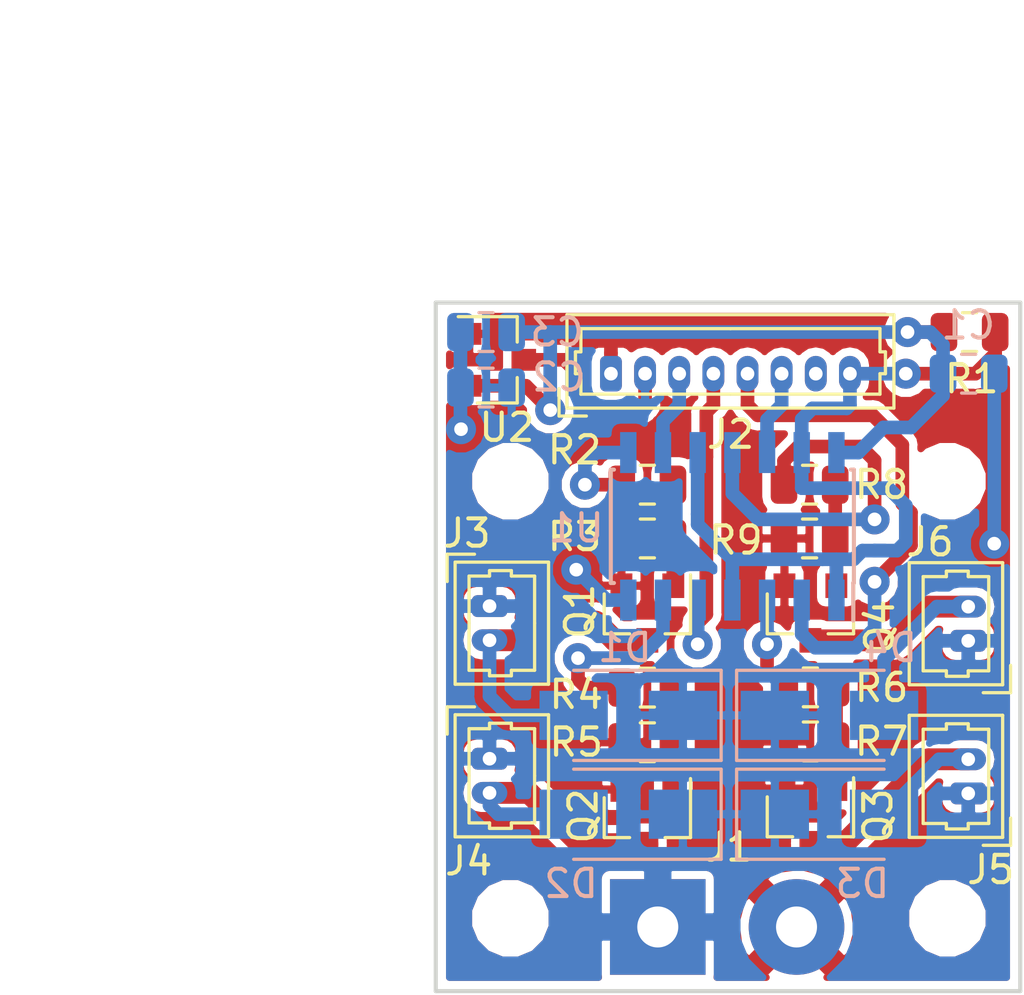
<source format=kicad_pcb>
(kicad_pcb (version 20171130) (host pcbnew "(5.0.1)-3")

  (general
    (thickness 1.6)
    (drawings 16)
    (tracks 165)
    (zones 0)
    (modules 32)
    (nets 21)
  )

  (page A4)
  (title_block
    (title "PWM ESC for Cicada Project")
    (date 2024-04-18)
    (rev 3)
    (comment 2 "Anton Sysoev (anton.sysoev.ru68@gmail.com)")
  )

  (layers
    (0 F.Cu signal)
    (31 B.Cu signal)
    (32 B.Adhes user)
    (33 F.Adhes user)
    (34 B.Paste user)
    (35 F.Paste user)
    (36 B.SilkS user)
    (37 F.SilkS user)
    (38 B.Mask user)
    (39 F.Mask user)
    (40 Dwgs.User user)
    (41 Cmts.User user)
    (42 Eco1.User user)
    (43 Eco2.User user)
    (44 Edge.Cuts user)
    (45 Margin user)
    (46 B.CrtYd user)
    (47 F.CrtYd user)
    (48 B.Fab user hide)
    (49 F.Fab user hide)
  )

  (setup
    (last_trace_width 0.5)
    (trace_clearance 0.3)
    (zone_clearance 0.3)
    (zone_45_only no)
    (trace_min 0.3)
    (segment_width 0.2)
    (edge_width 0.15)
    (via_size 1.1)
    (via_drill 0.5)
    (via_min_size 0.4)
    (via_min_drill 0.3)
    (uvia_size 0.3)
    (uvia_drill 0.1)
    (uvias_allowed no)
    (uvia_min_size 0.2)
    (uvia_min_drill 0.1)
    (pcb_text_width 0.3)
    (pcb_text_size 1.5 1.5)
    (mod_edge_width 0.15)
    (mod_text_size 1 1)
    (mod_text_width 0.15)
    (pad_size 0.8 1.3)
    (pad_drill 0.5)
    (pad_to_mask_clearance 0.051)
    (solder_mask_min_width 0.25)
    (aux_axis_origin 144.78 98.044)
    (visible_elements 7FFFFFFF)
    (pcbplotparams
      (layerselection 0x010f0_ffffffff)
      (usegerberextensions false)
      (usegerberattributes false)
      (usegerberadvancedattributes false)
      (creategerberjobfile false)
      (excludeedgelayer true)
      (linewidth 0.300000)
      (plotframeref false)
      (viasonmask false)
      (mode 1)
      (useauxorigin false)
      (hpglpennumber 1)
      (hpglpenspeed 20)
      (hpglpendiameter 15.000000)
      (psnegative false)
      (psa4output false)
      (plotreference true)
      (plotvalue false)
      (plotinvisibletext false)
      (padsonsilk false)
      (subtractmaskfromsilk false)
      (outputformat 1)
      (mirror false)
      (drillshape 0)
      (scaleselection 1)
      (outputdirectory "../../../prod/hardware/cicada-pwm-esc-v3/"))
  )

  (net 0 "")
  (net 1 +BATT)
  (net 2 GNDD)
  (net 3 /M1)
  (net 4 /M2)
  (net 5 /M3)
  (net 6 /M4)
  (net 7 "Net-(Q2-Pad1)")
  (net 8 "Net-(Q3-Pad1)")
  (net 9 "Net-(Q4-Pad1)")
  (net 10 /OE)
  (net 11 /M3I)
  (net 12 /M4I)
  (net 13 /M2I)
  (net 14 /M1I)
  (net 15 +3V3)
  (net 16 "Net-(D1-Pad2)")
  (net 17 "Net-(D2-Pad2)")
  (net 18 "Net-(D3-Pad2)")
  (net 19 "Net-(D4-Pad2)")
  (net 20 "Net-(Q1-Pad1)")

  (net_class Default "Это класс цепей по умолчанию."
    (clearance 0.3)
    (trace_width 0.5)
    (via_dia 1.1)
    (via_drill 0.5)
    (uvia_dia 0.3)
    (uvia_drill 0.1)
    (diff_pair_gap 0.3)
    (diff_pair_width 0.5)
    (add_net +3V3)
    (add_net /M1)
    (add_net /M1I)
    (add_net /M2)
    (add_net /M2I)
    (add_net /M3)
    (add_net /M3I)
    (add_net /M4)
    (add_net /M4I)
    (add_net /OE)
    (add_net "Net-(D1-Pad2)")
    (add_net "Net-(D2-Pad2)")
    (add_net "Net-(D3-Pad2)")
    (add_net "Net-(D4-Pad2)")
    (add_net "Net-(Q1-Pad1)")
    (add_net "Net-(Q2-Pad1)")
    (add_net "Net-(Q3-Pad1)")
    (add_net "Net-(Q4-Pad1)")
  )

  (net_class PWR ""
    (clearance 0.3)
    (trace_width 1.6)
    (via_dia 1.1)
    (via_drill 0.5)
    (uvia_dia 0.3)
    (uvia_drill 0.1)
    (diff_pair_gap 0.3)
    (diff_pair_width 0.5)
    (add_net +BATT)
    (add_net GNDD)
  )

  (module Diode_SMD:D_SMA (layer B.Cu) (tedit 586432E5) (tstamp 65BA9405)
    (at 141.097 98.6155 180)
    (descr "Diode SMA (DO-214AC)")
    (tags "Diode SMA (DO-214AC)")
    (path /61B9EE71)
    (attr smd)
    (fp_text reference D1 (at 0.127 2.4765 180) (layer B.SilkS)
      (effects (font (size 1 1) (thickness 0.15)) (justify mirror))
    )
    (fp_text value SS16 (at 0 -2.6 180) (layer B.Fab)
      (effects (font (size 1 1) (thickness 0.15)) (justify mirror))
    )
    (fp_line (start -3.4 1.65) (end 2 1.65) (layer B.SilkS) (width 0.12))
    (fp_line (start -3.4 -1.65) (end 2 -1.65) (layer B.SilkS) (width 0.12))
    (fp_line (start -0.64944 -0.00102) (end 0.50118 0.79908) (layer B.Fab) (width 0.1))
    (fp_line (start -0.64944 -0.00102) (end 0.50118 -0.75032) (layer B.Fab) (width 0.1))
    (fp_line (start 0.50118 -0.75032) (end 0.50118 0.79908) (layer B.Fab) (width 0.1))
    (fp_line (start -0.64944 0.79908) (end -0.64944 -0.80112) (layer B.Fab) (width 0.1))
    (fp_line (start 0.50118 -0.00102) (end 1.4994 -0.00102) (layer B.Fab) (width 0.1))
    (fp_line (start -0.64944 -0.00102) (end -1.55114 -0.00102) (layer B.Fab) (width 0.1))
    (fp_line (start -3.5 -1.75) (end -3.5 1.75) (layer B.CrtYd) (width 0.05))
    (fp_line (start 3.5 -1.75) (end -3.5 -1.75) (layer B.CrtYd) (width 0.05))
    (fp_line (start 3.5 1.75) (end 3.5 -1.75) (layer B.CrtYd) (width 0.05))
    (fp_line (start -3.5 1.75) (end 3.5 1.75) (layer B.CrtYd) (width 0.05))
    (fp_line (start 2.3 1.5) (end -2.3 1.5) (layer B.Fab) (width 0.1))
    (fp_line (start 2.3 1.5) (end 2.3 -1.5) (layer B.Fab) (width 0.1))
    (fp_line (start -2.3 -1.5) (end -2.3 1.5) (layer B.Fab) (width 0.1))
    (fp_line (start 2.3 -1.5) (end -2.3 -1.5) (layer B.Fab) (width 0.1))
    (fp_line (start -3.4 1.65) (end -3.4 -1.65) (layer B.SilkS) (width 0.12))
    (fp_text user %R (at 0 2.5 180) (layer B.Fab)
      (effects (font (size 1 1) (thickness 0.15)) (justify mirror))
    )
    (pad 2 smd rect (at 2 0 180) (size 2.5 1.8) (layers B.Cu B.Paste B.Mask)
      (net 16 "Net-(D1-Pad2)"))
    (pad 1 smd rect (at -2 0 180) (size 2.5 1.8) (layers B.Cu B.Paste B.Mask)
      (net 1 +BATT))
    (model ${KISYS3DMOD}/Diode_SMD.3dshapes/D_SMA.wrl
      (at (xyz 0 0 0))
      (scale (xyz 1 1 1))
      (rotate (xyz 0 0 0))
    )
  )

  (module Diode_SMD:D_SMA (layer B.Cu) (tedit 586432E5) (tstamp 65C6EAB2)
    (at 141.097 102.235 180)
    (descr "Diode SMA (DO-214AC)")
    (tags "Diode SMA (DO-214AC)")
    (path /61B9F2A2)
    (attr smd)
    (fp_text reference D2 (at 2.0955 -2.54 180) (layer B.SilkS)
      (effects (font (size 1 1) (thickness 0.15)) (justify mirror))
    )
    (fp_text value SS16 (at 0 -2.6 180) (layer B.Fab)
      (effects (font (size 1 1) (thickness 0.15)) (justify mirror))
    )
    (fp_text user %R (at 0 2.5 180) (layer B.Fab)
      (effects (font (size 1 1) (thickness 0.15)) (justify mirror))
    )
    (fp_line (start -3.4 1.65) (end -3.4 -1.65) (layer B.SilkS) (width 0.12))
    (fp_line (start 2.3 -1.5) (end -2.3 -1.5) (layer B.Fab) (width 0.1))
    (fp_line (start -2.3 -1.5) (end -2.3 1.5) (layer B.Fab) (width 0.1))
    (fp_line (start 2.3 1.5) (end 2.3 -1.5) (layer B.Fab) (width 0.1))
    (fp_line (start 2.3 1.5) (end -2.3 1.5) (layer B.Fab) (width 0.1))
    (fp_line (start -3.5 1.75) (end 3.5 1.75) (layer B.CrtYd) (width 0.05))
    (fp_line (start 3.5 1.75) (end 3.5 -1.75) (layer B.CrtYd) (width 0.05))
    (fp_line (start 3.5 -1.75) (end -3.5 -1.75) (layer B.CrtYd) (width 0.05))
    (fp_line (start -3.5 -1.75) (end -3.5 1.75) (layer B.CrtYd) (width 0.05))
    (fp_line (start -0.64944 -0.00102) (end -1.55114 -0.00102) (layer B.Fab) (width 0.1))
    (fp_line (start 0.50118 -0.00102) (end 1.4994 -0.00102) (layer B.Fab) (width 0.1))
    (fp_line (start -0.64944 0.79908) (end -0.64944 -0.80112) (layer B.Fab) (width 0.1))
    (fp_line (start 0.50118 -0.75032) (end 0.50118 0.79908) (layer B.Fab) (width 0.1))
    (fp_line (start -0.64944 -0.00102) (end 0.50118 -0.75032) (layer B.Fab) (width 0.1))
    (fp_line (start -0.64944 -0.00102) (end 0.50118 0.79908) (layer B.Fab) (width 0.1))
    (fp_line (start -3.4 -1.65) (end 2 -1.65) (layer B.SilkS) (width 0.12))
    (fp_line (start -3.4 1.65) (end 2 1.65) (layer B.SilkS) (width 0.12))
    (pad 1 smd rect (at -2 0 180) (size 2.5 1.8) (layers B.Cu B.Paste B.Mask)
      (net 1 +BATT))
    (pad 2 smd rect (at 2 0 180) (size 2.5 1.8) (layers B.Cu B.Paste B.Mask)
      (net 17 "Net-(D2-Pad2)"))
    (model ${KISYS3DMOD}/Diode_SMD.3dshapes/D_SMA.wrl
      (at (xyz 0 0 0))
      (scale (xyz 1 1 1))
      (rotate (xyz 0 0 0))
    )
  )

  (module Diode_SMD:D_SMA (layer B.Cu) (tedit 586432E5) (tstamp 65BA9435)
    (at 148.463 102.235)
    (descr "Diode SMA (DO-214AC)")
    (tags "Diode SMA (DO-214AC)")
    (path /61B9F1FE)
    (attr smd)
    (fp_text reference D3 (at 1.2065 2.54) (layer B.SilkS)
      (effects (font (size 1 1) (thickness 0.15)) (justify mirror))
    )
    (fp_text value SS16 (at 0 -2.6) (layer B.Fab)
      (effects (font (size 1 1) (thickness 0.15)) (justify mirror))
    )
    (fp_line (start -3.4 1.65) (end 2 1.65) (layer B.SilkS) (width 0.12))
    (fp_line (start -3.4 -1.65) (end 2 -1.65) (layer B.SilkS) (width 0.12))
    (fp_line (start -0.64944 -0.00102) (end 0.50118 0.79908) (layer B.Fab) (width 0.1))
    (fp_line (start -0.64944 -0.00102) (end 0.50118 -0.75032) (layer B.Fab) (width 0.1))
    (fp_line (start 0.50118 -0.75032) (end 0.50118 0.79908) (layer B.Fab) (width 0.1))
    (fp_line (start -0.64944 0.79908) (end -0.64944 -0.80112) (layer B.Fab) (width 0.1))
    (fp_line (start 0.50118 -0.00102) (end 1.4994 -0.00102) (layer B.Fab) (width 0.1))
    (fp_line (start -0.64944 -0.00102) (end -1.55114 -0.00102) (layer B.Fab) (width 0.1))
    (fp_line (start -3.5 -1.75) (end -3.5 1.75) (layer B.CrtYd) (width 0.05))
    (fp_line (start 3.5 -1.75) (end -3.5 -1.75) (layer B.CrtYd) (width 0.05))
    (fp_line (start 3.5 1.75) (end 3.5 -1.75) (layer B.CrtYd) (width 0.05))
    (fp_line (start -3.5 1.75) (end 3.5 1.75) (layer B.CrtYd) (width 0.05))
    (fp_line (start 2.3 1.5) (end -2.3 1.5) (layer B.Fab) (width 0.1))
    (fp_line (start 2.3 1.5) (end 2.3 -1.5) (layer B.Fab) (width 0.1))
    (fp_line (start -2.3 -1.5) (end -2.3 1.5) (layer B.Fab) (width 0.1))
    (fp_line (start 2.3 -1.5) (end -2.3 -1.5) (layer B.Fab) (width 0.1))
    (fp_line (start -3.4 1.65) (end -3.4 -1.65) (layer B.SilkS) (width 0.12))
    (fp_text user %R (at 0 2.5) (layer B.Fab)
      (effects (font (size 1 1) (thickness 0.15)) (justify mirror))
    )
    (pad 2 smd rect (at 2 0) (size 2.5 1.8) (layers B.Cu B.Paste B.Mask)
      (net 18 "Net-(D3-Pad2)"))
    (pad 1 smd rect (at -2 0) (size 2.5 1.8) (layers B.Cu B.Paste B.Mask)
      (net 1 +BATT))
    (model ${KISYS3DMOD}/Diode_SMD.3dshapes/D_SMA.wrl
      (at (xyz 0 0 0))
      (scale (xyz 1 1 1))
      (rotate (xyz 0 0 0))
    )
  )

  (module Diode_SMD:D_SMA (layer B.Cu) (tedit 586432E5) (tstamp 65C6E42B)
    (at 148.463 98.6155)
    (descr "Diode SMA (DO-214AC)")
    (tags "Diode SMA (DO-214AC)")
    (path /61B9F194)
    (attr smd)
    (fp_text reference D4 (at 2.2225 -2.4765) (layer B.SilkS)
      (effects (font (size 1 1) (thickness 0.15)) (justify mirror))
    )
    (fp_text value SS16 (at 0 -2.6) (layer B.Fab)
      (effects (font (size 1 1) (thickness 0.15)) (justify mirror))
    )
    (fp_text user %R (at 0 2.5) (layer B.Fab)
      (effects (font (size 1 1) (thickness 0.15)) (justify mirror))
    )
    (fp_line (start -3.4 1.65) (end -3.4 -1.65) (layer B.SilkS) (width 0.12))
    (fp_line (start 2.3 -1.5) (end -2.3 -1.5) (layer B.Fab) (width 0.1))
    (fp_line (start -2.3 -1.5) (end -2.3 1.5) (layer B.Fab) (width 0.1))
    (fp_line (start 2.3 1.5) (end 2.3 -1.5) (layer B.Fab) (width 0.1))
    (fp_line (start 2.3 1.5) (end -2.3 1.5) (layer B.Fab) (width 0.1))
    (fp_line (start -3.5 1.75) (end 3.5 1.75) (layer B.CrtYd) (width 0.05))
    (fp_line (start 3.5 1.75) (end 3.5 -1.75) (layer B.CrtYd) (width 0.05))
    (fp_line (start 3.5 -1.75) (end -3.5 -1.75) (layer B.CrtYd) (width 0.05))
    (fp_line (start -3.5 -1.75) (end -3.5 1.75) (layer B.CrtYd) (width 0.05))
    (fp_line (start -0.64944 -0.00102) (end -1.55114 -0.00102) (layer B.Fab) (width 0.1))
    (fp_line (start 0.50118 -0.00102) (end 1.4994 -0.00102) (layer B.Fab) (width 0.1))
    (fp_line (start -0.64944 0.79908) (end -0.64944 -0.80112) (layer B.Fab) (width 0.1))
    (fp_line (start 0.50118 -0.75032) (end 0.50118 0.79908) (layer B.Fab) (width 0.1))
    (fp_line (start -0.64944 -0.00102) (end 0.50118 -0.75032) (layer B.Fab) (width 0.1))
    (fp_line (start -0.64944 -0.00102) (end 0.50118 0.79908) (layer B.Fab) (width 0.1))
    (fp_line (start -3.4 -1.65) (end 2 -1.65) (layer B.SilkS) (width 0.12))
    (fp_line (start -3.4 1.65) (end 2 1.65) (layer B.SilkS) (width 0.12))
    (pad 1 smd rect (at -2 0) (size 2.5 1.8) (layers B.Cu B.Paste B.Mask)
      (net 1 +BATT))
    (pad 2 smd rect (at 2 0) (size 2.5 1.8) (layers B.Cu B.Paste B.Mask)
      (net 19 "Net-(D4-Pad2)"))
    (model ${KISYS3DMOD}/Diode_SMD.3dshapes/D_SMA.wrl
      (at (xyz 0 0 0))
      (scale (xyz 1 1 1))
      (rotate (xyz 0 0 0))
    )
  )

  (module Connector_Wire:SolderWirePad_1x02_P5.08mm_Drill1.5mm (layer F.Cu) (tedit 65D5A65B) (tstamp 65BA9458)
    (at 142.1765 106.3625)
    (descr "Wire solder connection")
    (tags connector)
    (path /61BA0387)
    (attr virtual)
    (fp_text reference J1 (at 2.6035 -2.921) (layer F.SilkS)
      (effects (font (size 1 1) (thickness 0.15)))
    )
    (fp_text value Battery (at 2.54 3.81) (layer F.Fab)
      (effects (font (size 1 1) (thickness 0.15)))
    )
    (fp_text user %R (at 2.54 0) (layer F.Fab)
      (effects (font (size 1 1) (thickness 0.15)))
    )
    (fp_line (start -2.25 -2.25) (end 7.33 -2.25) (layer F.CrtYd) (width 0.05))
    (fp_line (start -2.25 -2.25) (end -2.25 2.25) (layer F.CrtYd) (width 0.05))
    (fp_line (start 7.33 2.25) (end 7.33 -2.25) (layer F.CrtYd) (width 0.05))
    (fp_line (start 7.33 2.25) (end -2.25 2.25) (layer F.CrtYd) (width 0.05))
    (pad 1 thru_hole rect (at 0 0) (size 3.50012 3.50012) (drill 1.50114) (layers *.Cu *.Mask)
      (net 1 +BATT) (zone_connect 1) (thermal_width 1) (thermal_gap 0.3))
    (pad 2 thru_hole circle (at 5.08 0) (size 3.50012 3.50012) (drill 1.50114) (layers *.Cu *.Mask)
      (net 2 GNDD) (zone_connect 1) (thermal_width 1) (thermal_gap 0.3))
  )

  (module Connector_Molex:Molex_PicoBlade_53047-1610_1x08_P1.25mm_Vertical (layer F.Cu) (tedit 5B783167) (tstamp 65BA9483)
    (at 140.462 86.106)
    (descr "Molex PicoBlade Connector System, 53047-1610, 8 Pins per row (http://www.molex.com/pdm_docs/sd/530470610_sd.pdf), generated with kicad-footprint-generator")
    (tags "connector Molex PicoBlade side entry")
    (path /61C7C585)
    (fp_text reference J2 (at 4.3815 2.2225) (layer F.SilkS)
      (effects (font (size 1 1) (thickness 0.15)))
    )
    (fp_text value Input (at 4.38 2.35) (layer F.Fab)
      (effects (font (size 1 1) (thickness 0.15)))
    )
    (fp_line (start -1.5 -2.05) (end -1.5 1.15) (layer F.Fab) (width 0.1))
    (fp_line (start -1.5 1.15) (end 10.25 1.15) (layer F.Fab) (width 0.1))
    (fp_line (start 10.25 1.15) (end 10.25 -2.05) (layer F.Fab) (width 0.1))
    (fp_line (start 10.25 -2.05) (end -1.5 -2.05) (layer F.Fab) (width 0.1))
    (fp_line (start -1.61 -2.16) (end -1.61 1.26) (layer F.SilkS) (width 0.12))
    (fp_line (start -1.61 1.26) (end 10.36 1.26) (layer F.SilkS) (width 0.12))
    (fp_line (start 10.36 1.26) (end 10.36 -2.16) (layer F.SilkS) (width 0.12))
    (fp_line (start 10.36 -2.16) (end -1.61 -2.16) (layer F.SilkS) (width 0.12))
    (fp_line (start 4.375 0.75) (end -1.1 0.75) (layer F.SilkS) (width 0.12))
    (fp_line (start -1.1 0.75) (end -1.1 0) (layer F.SilkS) (width 0.12))
    (fp_line (start -1.1 0) (end -1.3 0) (layer F.SilkS) (width 0.12))
    (fp_line (start -1.3 0) (end -1.3 -0.8) (layer F.SilkS) (width 0.12))
    (fp_line (start -1.3 -0.8) (end -1.1 -0.8) (layer F.SilkS) (width 0.12))
    (fp_line (start -1.1 -0.8) (end -1.1 -1.65) (layer F.SilkS) (width 0.12))
    (fp_line (start -1.1 -1.65) (end 4.375 -1.65) (layer F.SilkS) (width 0.12))
    (fp_line (start 4.375 0.75) (end 9.85 0.75) (layer F.SilkS) (width 0.12))
    (fp_line (start 9.85 0.75) (end 9.85 0) (layer F.SilkS) (width 0.12))
    (fp_line (start 9.85 0) (end 10.05 0) (layer F.SilkS) (width 0.12))
    (fp_line (start 10.05 0) (end 10.05 -0.8) (layer F.SilkS) (width 0.12))
    (fp_line (start 10.05 -0.8) (end 9.85 -0.8) (layer F.SilkS) (width 0.12))
    (fp_line (start 9.85 -0.8) (end 9.85 -1.65) (layer F.SilkS) (width 0.12))
    (fp_line (start 9.85 -1.65) (end 4.375 -1.65) (layer F.SilkS) (width 0.12))
    (fp_line (start -1.9 1.55) (end -1.9 0.55) (layer F.SilkS) (width 0.12))
    (fp_line (start -1.9 1.55) (end -0.9 1.55) (layer F.SilkS) (width 0.12))
    (fp_line (start -0.5 1.15) (end 0 0.442893) (layer F.Fab) (width 0.1))
    (fp_line (start 0 0.442893) (end 0.5 1.15) (layer F.Fab) (width 0.1))
    (fp_line (start -2 -2.55) (end -2 1.65) (layer F.CrtYd) (width 0.05))
    (fp_line (start -2 1.65) (end 10.75 1.65) (layer F.CrtYd) (width 0.05))
    (fp_line (start 10.75 1.65) (end 10.75 -2.55) (layer F.CrtYd) (width 0.05))
    (fp_line (start 10.75 -2.55) (end -2 -2.55) (layer F.CrtYd) (width 0.05))
    (fp_text user %R (at 4.38 -1.35) (layer F.Fab)
      (effects (font (size 1 1) (thickness 0.15)))
    )
    (pad 1 thru_hole roundrect (at 0 0) (size 0.8 1.3) (drill 0.5) (layers *.Cu *.Mask) (roundrect_rratio 0.25)
      (net 2 GNDD))
    (pad 2 thru_hole oval (at 1.25 0) (size 0.8 1.3) (drill 0.5) (layers *.Cu *.Mask)
      (net 1 +BATT))
    (pad 3 thru_hole oval (at 2.5 0) (size 0.8 1.3) (drill 0.5) (layers *.Cu *.Mask)
      (net 11 /M3I))
    (pad 4 thru_hole oval (at 3.75 0) (size 0.8 1.3) (drill 0.5) (layers *.Cu *.Mask)
      (net 14 /M1I))
    (pad 5 thru_hole oval (at 5 0) (size 0.8 1.3) (drill 0.5) (layers *.Cu *.Mask)
      (net 13 /M2I))
    (pad 6 thru_hole oval (at 6.25 0) (size 0.8 1.3) (drill 0.5) (layers *.Cu *.Mask)
      (net 12 /M4I))
    (pad 7 thru_hole oval (at 7.5 0) (size 0.8 1.3) (drill 0.5) (layers *.Cu *.Mask))
    (pad 8 thru_hole oval (at 8.75 0) (size 0.8 1.3) (drill 0.5) (layers *.Cu *.Mask)
      (net 10 /OE))
    (model ${KIPRJMOD}/../../libs/3d/Molex-PicoBlade-0530480810-8P-Hor.STEP
      (offset (xyz 4.38 3.47 -3.6))
      (scale (xyz 1 1 1))
      (rotate (xyz 0 180 0))
    )
  )

  (module Connector_Molex:Molex_PicoBlade_53047-0410_1x02_P1.25mm_Vertical (layer F.Cu) (tedit 65D5A92D) (tstamp 65BA94A8)
    (at 136.017 94.615 270)
    (descr "Molex PicoBlade Connector System, 53047-0410, 2 Pins per row (http://www.molex.com/pdm_docs/sd/530470610_sd.pdf), generated with kicad-footprint-generator")
    (tags "connector Molex PicoBlade side entry")
    (path /61BA01CF)
    (fp_text reference J3 (at -2.667 0.8255) (layer F.SilkS)
      (effects (font (size 1 1) (thickness 0.15)))
    )
    (fp_text value M1 (at 0.62 2.35 270) (layer F.Fab)
      (effects (font (size 1 1) (thickness 0.15)))
    )
    (fp_text user %R (at 0.62 -1.35 270) (layer F.Fab)
      (effects (font (size 1 1) (thickness 0.15)))
    )
    (fp_line (start 3.25 -2.55) (end -2 -2.55) (layer F.CrtYd) (width 0.05))
    (fp_line (start 3.25 1.65) (end 3.25 -2.55) (layer F.CrtYd) (width 0.05))
    (fp_line (start -2 1.65) (end 3.25 1.65) (layer F.CrtYd) (width 0.05))
    (fp_line (start -2 -2.55) (end -2 1.65) (layer F.CrtYd) (width 0.05))
    (fp_line (start 0 0.442893) (end 0.5 1.15) (layer F.Fab) (width 0.1))
    (fp_line (start -0.5 1.15) (end 0 0.442893) (layer F.Fab) (width 0.1))
    (fp_line (start -1.9 1.55) (end -0.9 1.55) (layer F.SilkS) (width 0.12))
    (fp_line (start -1.9 1.55) (end -1.9 0.55) (layer F.SilkS) (width 0.12))
    (fp_line (start 2.35 -1.65) (end 0.625 -1.65) (layer F.SilkS) (width 0.12))
    (fp_line (start 2.35 -0.8) (end 2.35 -1.65) (layer F.SilkS) (width 0.12))
    (fp_line (start 2.55 -0.8) (end 2.35 -0.8) (layer F.SilkS) (width 0.12))
    (fp_line (start 2.55 0) (end 2.55 -0.8) (layer F.SilkS) (width 0.12))
    (fp_line (start 2.35 0) (end 2.55 0) (layer F.SilkS) (width 0.12))
    (fp_line (start 2.35 0.75) (end 2.35 0) (layer F.SilkS) (width 0.12))
    (fp_line (start 0.625 0.75) (end 2.35 0.75) (layer F.SilkS) (width 0.12))
    (fp_line (start -1.1 -1.65) (end 0.625 -1.65) (layer F.SilkS) (width 0.12))
    (fp_line (start -1.1 -0.8) (end -1.1 -1.65) (layer F.SilkS) (width 0.12))
    (fp_line (start -1.3 -0.8) (end -1.1 -0.8) (layer F.SilkS) (width 0.12))
    (fp_line (start -1.3 0) (end -1.3 -0.8) (layer F.SilkS) (width 0.12))
    (fp_line (start -1.1 0) (end -1.3 0) (layer F.SilkS) (width 0.12))
    (fp_line (start -1.1 0.75) (end -1.1 0) (layer F.SilkS) (width 0.12))
    (fp_line (start 0.625 0.75) (end -1.1 0.75) (layer F.SilkS) (width 0.12))
    (fp_line (start 2.86 -2.16) (end -1.61 -2.16) (layer F.SilkS) (width 0.12))
    (fp_line (start 2.86 1.26) (end 2.86 -2.16) (layer F.SilkS) (width 0.12))
    (fp_line (start -1.61 1.26) (end 2.86 1.26) (layer F.SilkS) (width 0.12))
    (fp_line (start -1.61 -2.16) (end -1.61 1.26) (layer F.SilkS) (width 0.12))
    (fp_line (start 2.75 -2.05) (end -1.5 -2.05) (layer F.Fab) (width 0.1))
    (fp_line (start 2.75 1.15) (end 2.75 -2.05) (layer F.Fab) (width 0.1))
    (fp_line (start -1.5 1.15) (end 2.75 1.15) (layer F.Fab) (width 0.1))
    (fp_line (start -1.5 -2.05) (end -1.5 1.15) (layer F.Fab) (width 0.1))
    (pad 2 thru_hole oval (at 1.25 0 270) (size 0.8 1.3) (drill 0.5) (layers *.Cu *.Mask)
      (net 16 "Net-(D1-Pad2)"))
    (pad 1 thru_hole roundrect (at 0 0 270) (size 0.8 1.3) (drill 0.5) (layers *.Cu *.Mask) (roundrect_rratio 0.25)
      (net 1 +BATT) (zone_connect 1) (thermal_width 0.5) (thermal_gap 0.3))
    (model ${KIPRJMOD}/../../libs/3d/Molex-PicoBlade-0530480210-2P-Hor.STEP
      (offset (xyz 0.62 -3.45 2))
      (scale (xyz 1 1 1))
      (rotate (xyz 0 0 180))
    )
  )

  (module Connector_Molex:Molex_PicoBlade_53047-0410_1x02_P1.25mm_Vertical (layer F.Cu) (tedit 65D5A933) (tstamp 65BA94CD)
    (at 136.017 100.203 270)
    (descr "Molex PicoBlade Connector System, 53047-0410, 2 Pins per row (http://www.molex.com/pdm_docs/sd/530470610_sd.pdf), generated with kicad-footprint-generator")
    (tags "connector Molex PicoBlade side entry")
    (path /61BA0305)
    (fp_text reference J4 (at 3.7465 0.762) (layer F.SilkS)
      (effects (font (size 1 1) (thickness 0.15)))
    )
    (fp_text value M2 (at 0.62 2.35 270) (layer F.Fab)
      (effects (font (size 1 1) (thickness 0.15)))
    )
    (fp_text user %R (at 0.62 -1.35 270) (layer F.Fab)
      (effects (font (size 1 1) (thickness 0.15)))
    )
    (fp_line (start 3.25 -2.55) (end -2 -2.55) (layer F.CrtYd) (width 0.05))
    (fp_line (start 3.25 1.65) (end 3.25 -2.55) (layer F.CrtYd) (width 0.05))
    (fp_line (start -2 1.65) (end 3.25 1.65) (layer F.CrtYd) (width 0.05))
    (fp_line (start -2 -2.55) (end -2 1.65) (layer F.CrtYd) (width 0.05))
    (fp_line (start 0 0.442893) (end 0.5 1.15) (layer F.Fab) (width 0.1))
    (fp_line (start -0.5 1.15) (end 0 0.442893) (layer F.Fab) (width 0.1))
    (fp_line (start -1.9 1.55) (end -0.9 1.55) (layer F.SilkS) (width 0.12))
    (fp_line (start -1.9 1.55) (end -1.9 0.55) (layer F.SilkS) (width 0.12))
    (fp_line (start 2.35 -1.65) (end 0.625 -1.65) (layer F.SilkS) (width 0.12))
    (fp_line (start 2.35 -0.8) (end 2.35 -1.65) (layer F.SilkS) (width 0.12))
    (fp_line (start 2.55 -0.8) (end 2.35 -0.8) (layer F.SilkS) (width 0.12))
    (fp_line (start 2.55 0) (end 2.55 -0.8) (layer F.SilkS) (width 0.12))
    (fp_line (start 2.35 0) (end 2.55 0) (layer F.SilkS) (width 0.12))
    (fp_line (start 2.35 0.75) (end 2.35 0) (layer F.SilkS) (width 0.12))
    (fp_line (start 0.625 0.75) (end 2.35 0.75) (layer F.SilkS) (width 0.12))
    (fp_line (start -1.1 -1.65) (end 0.625 -1.65) (layer F.SilkS) (width 0.12))
    (fp_line (start -1.1 -0.8) (end -1.1 -1.65) (layer F.SilkS) (width 0.12))
    (fp_line (start -1.3 -0.8) (end -1.1 -0.8) (layer F.SilkS) (width 0.12))
    (fp_line (start -1.3 0) (end -1.3 -0.8) (layer F.SilkS) (width 0.12))
    (fp_line (start -1.1 0) (end -1.3 0) (layer F.SilkS) (width 0.12))
    (fp_line (start -1.1 0.75) (end -1.1 0) (layer F.SilkS) (width 0.12))
    (fp_line (start 0.625 0.75) (end -1.1 0.75) (layer F.SilkS) (width 0.12))
    (fp_line (start 2.86 -2.16) (end -1.61 -2.16) (layer F.SilkS) (width 0.12))
    (fp_line (start 2.86 1.26) (end 2.86 -2.16) (layer F.SilkS) (width 0.12))
    (fp_line (start -1.61 1.26) (end 2.86 1.26) (layer F.SilkS) (width 0.12))
    (fp_line (start -1.61 -2.16) (end -1.61 1.26) (layer F.SilkS) (width 0.12))
    (fp_line (start 2.75 -2.05) (end -1.5 -2.05) (layer F.Fab) (width 0.1))
    (fp_line (start 2.75 1.15) (end 2.75 -2.05) (layer F.Fab) (width 0.1))
    (fp_line (start -1.5 1.15) (end 2.75 1.15) (layer F.Fab) (width 0.1))
    (fp_line (start -1.5 -2.05) (end -1.5 1.15) (layer F.Fab) (width 0.1))
    (pad 2 thru_hole oval (at 1.25 0 270) (size 0.8 1.3) (drill 0.5) (layers *.Cu *.Mask)
      (net 17 "Net-(D2-Pad2)"))
    (pad 1 thru_hole roundrect (at 0 0 270) (size 0.8 1.3) (drill 0.5) (layers *.Cu *.Mask) (roundrect_rratio 0.25)
      (net 1 +BATT) (zone_connect 1) (thermal_width 0.5) (thermal_gap 0.3))
    (model ${KIPRJMOD}/../../libs/3d/Molex-PicoBlade-0530480210-2P-Hor.STEP
      (offset (xyz 0.62 -3.45 2))
      (scale (xyz 1 1 1))
      (rotate (xyz 0 0 180))
    )
  )

  (module Connector_Molex:Molex_PicoBlade_53047-0410_1x02_P1.25mm_Vertical (layer F.Cu) (tedit 65D5A93A) (tstamp 65BA94F2)
    (at 153.543 101.473 90)
    (descr "Molex PicoBlade Connector System, 53047-0410, 2 Pins per row (http://www.molex.com/pdm_docs/sd/530470610_sd.pdf), generated with kicad-footprint-generator")
    (tags "connector Molex PicoBlade side entry")
    (path /61BA02AD)
    (fp_text reference J5 (at -2.794 0.8255 180) (layer F.SilkS)
      (effects (font (size 1 1) (thickness 0.15)))
    )
    (fp_text value M3 (at 0.62 2.35 90) (layer F.Fab)
      (effects (font (size 1 1) (thickness 0.15)))
    )
    (fp_line (start -1.5 -2.05) (end -1.5 1.15) (layer F.Fab) (width 0.1))
    (fp_line (start -1.5 1.15) (end 2.75 1.15) (layer F.Fab) (width 0.1))
    (fp_line (start 2.75 1.15) (end 2.75 -2.05) (layer F.Fab) (width 0.1))
    (fp_line (start 2.75 -2.05) (end -1.5 -2.05) (layer F.Fab) (width 0.1))
    (fp_line (start -1.61 -2.16) (end -1.61 1.26) (layer F.SilkS) (width 0.12))
    (fp_line (start -1.61 1.26) (end 2.86 1.26) (layer F.SilkS) (width 0.12))
    (fp_line (start 2.86 1.26) (end 2.86 -2.16) (layer F.SilkS) (width 0.12))
    (fp_line (start 2.86 -2.16) (end -1.61 -2.16) (layer F.SilkS) (width 0.12))
    (fp_line (start 0.625 0.75) (end -1.1 0.75) (layer F.SilkS) (width 0.12))
    (fp_line (start -1.1 0.75) (end -1.1 0) (layer F.SilkS) (width 0.12))
    (fp_line (start -1.1 0) (end -1.3 0) (layer F.SilkS) (width 0.12))
    (fp_line (start -1.3 0) (end -1.3 -0.8) (layer F.SilkS) (width 0.12))
    (fp_line (start -1.3 -0.8) (end -1.1 -0.8) (layer F.SilkS) (width 0.12))
    (fp_line (start -1.1 -0.8) (end -1.1 -1.65) (layer F.SilkS) (width 0.12))
    (fp_line (start -1.1 -1.65) (end 0.625 -1.65) (layer F.SilkS) (width 0.12))
    (fp_line (start 0.625 0.75) (end 2.35 0.75) (layer F.SilkS) (width 0.12))
    (fp_line (start 2.35 0.75) (end 2.35 0) (layer F.SilkS) (width 0.12))
    (fp_line (start 2.35 0) (end 2.55 0) (layer F.SilkS) (width 0.12))
    (fp_line (start 2.55 0) (end 2.55 -0.8) (layer F.SilkS) (width 0.12))
    (fp_line (start 2.55 -0.8) (end 2.35 -0.8) (layer F.SilkS) (width 0.12))
    (fp_line (start 2.35 -0.8) (end 2.35 -1.65) (layer F.SilkS) (width 0.12))
    (fp_line (start 2.35 -1.65) (end 0.625 -1.65) (layer F.SilkS) (width 0.12))
    (fp_line (start -1.9 1.55) (end -1.9 0.55) (layer F.SilkS) (width 0.12))
    (fp_line (start -1.9 1.55) (end -0.9 1.55) (layer F.SilkS) (width 0.12))
    (fp_line (start -0.5 1.15) (end 0 0.442893) (layer F.Fab) (width 0.1))
    (fp_line (start 0 0.442893) (end 0.5 1.15) (layer F.Fab) (width 0.1))
    (fp_line (start -2 -2.55) (end -2 1.65) (layer F.CrtYd) (width 0.05))
    (fp_line (start -2 1.65) (end 3.25 1.65) (layer F.CrtYd) (width 0.05))
    (fp_line (start 3.25 1.65) (end 3.25 -2.55) (layer F.CrtYd) (width 0.05))
    (fp_line (start 3.25 -2.55) (end -2 -2.55) (layer F.CrtYd) (width 0.05))
    (fp_text user %R (at 0.62 -1.35 90) (layer F.Fab)
      (effects (font (size 1 1) (thickness 0.15)))
    )
    (pad 1 thru_hole roundrect (at 0 0 90) (size 0.8 1.3) (drill 0.5) (layers *.Cu *.Mask) (roundrect_rratio 0.25)
      (net 1 +BATT) (zone_connect 1) (thermal_width 0.5) (thermal_gap 0.3))
    (pad 2 thru_hole oval (at 1.25 0 90) (size 0.8 1.3) (drill 0.5) (layers *.Cu *.Mask)
      (net 18 "Net-(D3-Pad2)"))
    (model ${KIPRJMOD}/../../libs/3d/Molex-PicoBlade-0530480210-2P-Hor.STEP
      (offset (xyz 0.62 -3.45 2))
      (scale (xyz 1 1 1))
      (rotate (xyz 0 0 180))
    )
  )

  (module Connector_Molex:Molex_PicoBlade_53047-0410_1x02_P1.25mm_Vertical (layer F.Cu) (tedit 65D5A940) (tstamp 65BA9517)
    (at 153.543 95.885 90)
    (descr "Molex PicoBlade Connector System, 53047-0410, 2 Pins per row (http://www.molex.com/pdm_docs/sd/530470610_sd.pdf), generated with kicad-footprint-generator")
    (tags "connector Molex PicoBlade side entry")
    (path /61BA040B)
    (fp_text reference J6 (at 3.6195 -1.397 180) (layer F.SilkS)
      (effects (font (size 1 1) (thickness 0.15)))
    )
    (fp_text value M4 (at 0.62 2.35 90) (layer F.Fab)
      (effects (font (size 1 1) (thickness 0.15)))
    )
    (fp_line (start -1.5 -2.05) (end -1.5 1.15) (layer F.Fab) (width 0.1))
    (fp_line (start -1.5 1.15) (end 2.75 1.15) (layer F.Fab) (width 0.1))
    (fp_line (start 2.75 1.15) (end 2.75 -2.05) (layer F.Fab) (width 0.1))
    (fp_line (start 2.75 -2.05) (end -1.5 -2.05) (layer F.Fab) (width 0.1))
    (fp_line (start -1.61 -2.16) (end -1.61 1.26) (layer F.SilkS) (width 0.12))
    (fp_line (start -1.61 1.26) (end 2.86 1.26) (layer F.SilkS) (width 0.12))
    (fp_line (start 2.86 1.26) (end 2.86 -2.16) (layer F.SilkS) (width 0.12))
    (fp_line (start 2.86 -2.16) (end -1.61 -2.16) (layer F.SilkS) (width 0.12))
    (fp_line (start 0.625 0.75) (end -1.1 0.75) (layer F.SilkS) (width 0.12))
    (fp_line (start -1.1 0.75) (end -1.1 0) (layer F.SilkS) (width 0.12))
    (fp_line (start -1.1 0) (end -1.3 0) (layer F.SilkS) (width 0.12))
    (fp_line (start -1.3 0) (end -1.3 -0.8) (layer F.SilkS) (width 0.12))
    (fp_line (start -1.3 -0.8) (end -1.1 -0.8) (layer F.SilkS) (width 0.12))
    (fp_line (start -1.1 -0.8) (end -1.1 -1.65) (layer F.SilkS) (width 0.12))
    (fp_line (start -1.1 -1.65) (end 0.625 -1.65) (layer F.SilkS) (width 0.12))
    (fp_line (start 0.625 0.75) (end 2.35 0.75) (layer F.SilkS) (width 0.12))
    (fp_line (start 2.35 0.75) (end 2.35 0) (layer F.SilkS) (width 0.12))
    (fp_line (start 2.35 0) (end 2.55 0) (layer F.SilkS) (width 0.12))
    (fp_line (start 2.55 0) (end 2.55 -0.8) (layer F.SilkS) (width 0.12))
    (fp_line (start 2.55 -0.8) (end 2.35 -0.8) (layer F.SilkS) (width 0.12))
    (fp_line (start 2.35 -0.8) (end 2.35 -1.65) (layer F.SilkS) (width 0.12))
    (fp_line (start 2.35 -1.65) (end 0.625 -1.65) (layer F.SilkS) (width 0.12))
    (fp_line (start -1.9 1.55) (end -1.9 0.55) (layer F.SilkS) (width 0.12))
    (fp_line (start -1.9 1.55) (end -0.9 1.55) (layer F.SilkS) (width 0.12))
    (fp_line (start -0.5 1.15) (end 0 0.442893) (layer F.Fab) (width 0.1))
    (fp_line (start 0 0.442893) (end 0.5 1.15) (layer F.Fab) (width 0.1))
    (fp_line (start -2 -2.55) (end -2 1.65) (layer F.CrtYd) (width 0.05))
    (fp_line (start -2 1.65) (end 3.25 1.65) (layer F.CrtYd) (width 0.05))
    (fp_line (start 3.25 1.65) (end 3.25 -2.55) (layer F.CrtYd) (width 0.05))
    (fp_line (start 3.25 -2.55) (end -2 -2.55) (layer F.CrtYd) (width 0.05))
    (fp_text user %R (at 0.62 -1.35 90) (layer F.Fab)
      (effects (font (size 1 1) (thickness 0.15)))
    )
    (pad 1 thru_hole roundrect (at 0 0 90) (size 0.8 1.3) (drill 0.5) (layers *.Cu *.Mask) (roundrect_rratio 0.25)
      (net 1 +BATT) (zone_connect 1) (thermal_width 0.5) (thermal_gap 0.3))
    (pad 2 thru_hole oval (at 1.25 0 90) (size 0.8 1.3) (drill 0.5) (layers *.Cu *.Mask)
      (net 19 "Net-(D4-Pad2)"))
    (model ${KIPRJMOD}/../../libs/3d/Molex-PicoBlade-0530480210-2P-Hor.STEP
      (offset (xyz 0.62 -3.45 2))
      (scale (xyz 1 1 1))
      (rotate (xyz 0 0 180))
    )
  )

  (module Package_SO:SOIC-14_3.9x8.7mm_P1.27mm (layer B.Cu) (tedit 5A02F2D3) (tstamp 65BA9627)
    (at 144.907 91.694 90)
    (descr "14-Lead Plastic Small Outline (SL) - Narrow, 3.90 mm Body [SOIC] (see Microchip Packaging Specification 00000049BS.pdf)")
    (tags "SOIC 1.27")
    (path /6620F1FD)
    (attr smd)
    (fp_text reference U1 (at -0.0635 -5.715 180) (layer B.SilkS)
      (effects (font (size 1 1) (thickness 0.15)) (justify mirror))
    )
    (fp_text value 74HC125 (at 0 -5.375 90) (layer B.Fab)
      (effects (font (size 1 1) (thickness 0.15)) (justify mirror))
    )
    (fp_text user %R (at 0 0 90) (layer B.Fab)
      (effects (font (size 0.9 0.9) (thickness 0.135)) (justify mirror))
    )
    (fp_line (start -0.95 4.35) (end 1.95 4.35) (layer B.Fab) (width 0.15))
    (fp_line (start 1.95 4.35) (end 1.95 -4.35) (layer B.Fab) (width 0.15))
    (fp_line (start 1.95 -4.35) (end -1.95 -4.35) (layer B.Fab) (width 0.15))
    (fp_line (start -1.95 -4.35) (end -1.95 3.35) (layer B.Fab) (width 0.15))
    (fp_line (start -1.95 3.35) (end -0.95 4.35) (layer B.Fab) (width 0.15))
    (fp_line (start -3.7 4.65) (end -3.7 -4.65) (layer B.CrtYd) (width 0.05))
    (fp_line (start 3.7 4.65) (end 3.7 -4.65) (layer B.CrtYd) (width 0.05))
    (fp_line (start -3.7 4.65) (end 3.7 4.65) (layer B.CrtYd) (width 0.05))
    (fp_line (start -3.7 -4.65) (end 3.7 -4.65) (layer B.CrtYd) (width 0.05))
    (fp_line (start -2.075 4.45) (end -2.075 4.425) (layer B.SilkS) (width 0.15))
    (fp_line (start 2.075 4.45) (end 2.075 4.335) (layer B.SilkS) (width 0.15))
    (fp_line (start 2.075 -4.45) (end 2.075 -4.335) (layer B.SilkS) (width 0.15))
    (fp_line (start -2.075 -4.45) (end -2.075 -4.335) (layer B.SilkS) (width 0.15))
    (fp_line (start -2.075 4.45) (end 2.075 4.45) (layer B.SilkS) (width 0.15))
    (fp_line (start -2.075 -4.45) (end 2.075 -4.45) (layer B.SilkS) (width 0.15))
    (fp_line (start -2.075 4.425) (end -3.45 4.425) (layer B.SilkS) (width 0.15))
    (pad 1 smd rect (at -2.7 3.81 90) (size 1.5 0.6) (layers B.Cu B.Paste B.Mask)
      (net 10 /OE))
    (pad 2 smd rect (at -2.7 2.54 90) (size 1.5 0.6) (layers B.Cu B.Paste B.Mask)
      (net 13 /M2I))
    (pad 3 smd rect (at -2.7 1.27 90) (size 1.5 0.6) (layers B.Cu B.Paste B.Mask)
      (net 4 /M2))
    (pad 4 smd rect (at -2.7 0 90) (size 1.5 0.6) (layers B.Cu B.Paste B.Mask)
      (net 10 /OE))
    (pad 5 smd rect (at -2.7 -1.27 90) (size 1.5 0.6) (layers B.Cu B.Paste B.Mask)
      (net 14 /M1I))
    (pad 6 smd rect (at -2.7 -2.54 90) (size 1.5 0.6) (layers B.Cu B.Paste B.Mask)
      (net 3 /M1))
    (pad 7 smd rect (at -2.7 -3.81 90) (size 1.5 0.6) (layers B.Cu B.Paste B.Mask)
      (net 2 GNDD))
    (pad 8 smd rect (at 2.7 -3.81 90) (size 1.5 0.6) (layers B.Cu B.Paste B.Mask)
      (net 5 /M3))
    (pad 9 smd rect (at 2.7 -2.54 90) (size 1.5 0.6) (layers B.Cu B.Paste B.Mask)
      (net 11 /M3I))
    (pad 10 smd rect (at 2.7 -1.27 90) (size 1.5 0.6) (layers B.Cu B.Paste B.Mask)
      (net 10 /OE))
    (pad 11 smd rect (at 2.7 0 90) (size 1.5 0.6) (layers B.Cu B.Paste B.Mask)
      (net 6 /M4))
    (pad 12 smd rect (at 2.7 1.27 90) (size 1.5 0.6) (layers B.Cu B.Paste B.Mask)
      (net 12 /M4I))
    (pad 13 smd rect (at 2.7 2.54 90) (size 1.5 0.6) (layers B.Cu B.Paste B.Mask)
      (net 10 /OE))
    (pad 14 smd rect (at 2.7 3.81 90) (size 1.5 0.6) (layers B.Cu B.Paste B.Mask)
      (net 15 +3V3))
    (model ${KISYS3DMOD}/Package_SO.3dshapes/SOIC-14_3.9x8.7mm_P1.27mm.wrl
      (at (xyz 0 0 0))
      (scale (xyz 1 1 1))
      (rotate (xyz 0 0 0))
    )
  )

  (module MountingHole:MountingHole_2.2mm_M2 (layer F.Cu) (tedit 65AE1059) (tstamp 65BAA218)
    (at 136.779 90.043)
    (descr "Mounting Hole 2.2mm, no annular, M2")
    (tags "mounting hole 2.2mm no annular m2")
    (attr virtual)
    (fp_text reference REF** (at 0 -3.2) (layer F.SilkS) hide
      (effects (font (size 1 1) (thickness 0.15)))
    )
    (fp_text value MountingHole_2.2mm_M2 (at 0 3.2) (layer F.Fab)
      (effects (font (size 1 1) (thickness 0.15)))
    )
    (fp_circle (center 0 0) (end 2.45 0) (layer F.CrtYd) (width 0.05))
    (fp_circle (center 0 0) (end 2.2 0) (layer Cmts.User) (width 0.15))
    (fp_text user %R (at 0.3 0) (layer F.Fab)
      (effects (font (size 1 1) (thickness 0.15)))
    )
    (pad 1 np_thru_hole circle (at 0 0) (size 2.2 2.2) (drill 2.2) (layers *.Cu *.Mask))
  )

  (module MountingHole:MountingHole_2.2mm_M2 (layer F.Cu) (tedit 65AE1093) (tstamp 65BAA250)
    (at 152.781 90.043)
    (descr "Mounting Hole 2.2mm, no annular, M2")
    (tags "mounting hole 2.2mm no annular m2")
    (attr virtual)
    (fp_text reference REF** (at 0 -3.2) (layer F.SilkS) hide
      (effects (font (size 1 1) (thickness 0.15)))
    )
    (fp_text value MountingHole_2.2mm_M2 (at 0 3.2) (layer F.Fab)
      (effects (font (size 1 1) (thickness 0.15)))
    )
    (fp_circle (center 0 0) (end 2.45 0) (layer F.CrtYd) (width 0.05))
    (fp_circle (center 0 0) (end 2.2 0) (layer Cmts.User) (width 0.15))
    (fp_text user %R (at 0.3 0) (layer F.Fab)
      (effects (font (size 1 1) (thickness 0.15)))
    )
    (pad 1 np_thru_hole circle (at 0 0) (size 2.2 2.2) (drill 2.2) (layers *.Cu *.Mask))
  )

  (module MountingHole:MountingHole_2.2mm_M2 (layer F.Cu) (tedit 65AE108C) (tstamp 65BAA25F)
    (at 152.781 106.045)
    (descr "Mounting Hole 2.2mm, no annular, M2")
    (tags "mounting hole 2.2mm no annular m2")
    (attr virtual)
    (fp_text reference REF** (at 0 -3.2) (layer F.SilkS) hide
      (effects (font (size 1 1) (thickness 0.15)))
    )
    (fp_text value MountingHole_2.2mm_M2 (at 0 3.2) (layer F.Fab)
      (effects (font (size 1 1) (thickness 0.15)))
    )
    (fp_circle (center 0 0) (end 2.45 0) (layer F.CrtYd) (width 0.05))
    (fp_circle (center 0 0) (end 2.2 0) (layer Cmts.User) (width 0.15))
    (fp_text user %R (at 0.3 0) (layer F.Fab)
      (effects (font (size 1 1) (thickness 0.15)))
    )
    (pad 1 np_thru_hole circle (at 0 0) (size 2.2 2.2) (drill 2.2) (layers *.Cu *.Mask))
  )

  (module MountingHole:MountingHole_2.2mm_M2 (layer F.Cu) (tedit 65AE108F) (tstamp 65BAA26E)
    (at 136.779 106.045)
    (descr "Mounting Hole 2.2mm, no annular, M2")
    (tags "mounting hole 2.2mm no annular m2")
    (attr virtual)
    (fp_text reference REF** (at 0 -3.2) (layer F.SilkS) hide
      (effects (font (size 1 1) (thickness 0.15)))
    )
    (fp_text value MountingHole_2.2mm_M2 (at 0 3.2) (layer F.Fab)
      (effects (font (size 1 1) (thickness 0.15)))
    )
    (fp_circle (center 0 0) (end 2.45 0) (layer F.CrtYd) (width 0.05))
    (fp_circle (center 0 0) (end 2.2 0) (layer Cmts.User) (width 0.15))
    (fp_text user %R (at 0.3 0) (layer F.Fab)
      (effects (font (size 1 1) (thickness 0.15)))
    )
    (pad 1 np_thru_hole circle (at 0 0) (size 2.2 2.2) (drill 2.2) (layers *.Cu *.Mask))
  )

  (module Capacitor_SMD:C_0805_2012Metric (layer B.Cu) (tedit 5B36C52B) (tstamp 662D3D77)
    (at 153.558 86.106)
    (descr "Capacitor SMD 0805 (2012 Metric), square (rectangular) end terminal, IPC_7351 nominal, (Body size source: https://docs.google.com/spreadsheets/d/1BsfQQcO9C6DZCsRaXUlFlo91Tg2WpOkGARC1WS5S8t0/edit?usp=sharing), generated with kicad-footprint-generator")
    (tags capacitor)
    (path /623B199D)
    (attr smd)
    (fp_text reference C1 (at -0.015 -1.778 180) (layer B.SilkS)
      (effects (font (size 1 1) (thickness 0.15)) (justify mirror))
    )
    (fp_text value "100 nF" (at 0 -1.65) (layer B.Fab)
      (effects (font (size 1 1) (thickness 0.15)) (justify mirror))
    )
    (fp_line (start -1 -0.6) (end -1 0.6) (layer B.Fab) (width 0.1))
    (fp_line (start -1 0.6) (end 1 0.6) (layer B.Fab) (width 0.1))
    (fp_line (start 1 0.6) (end 1 -0.6) (layer B.Fab) (width 0.1))
    (fp_line (start 1 -0.6) (end -1 -0.6) (layer B.Fab) (width 0.1))
    (fp_line (start -0.258578 0.71) (end 0.258578 0.71) (layer B.SilkS) (width 0.12))
    (fp_line (start -0.258578 -0.71) (end 0.258578 -0.71) (layer B.SilkS) (width 0.12))
    (fp_line (start -1.68 -0.95) (end -1.68 0.95) (layer B.CrtYd) (width 0.05))
    (fp_line (start -1.68 0.95) (end 1.68 0.95) (layer B.CrtYd) (width 0.05))
    (fp_line (start 1.68 0.95) (end 1.68 -0.95) (layer B.CrtYd) (width 0.05))
    (fp_line (start 1.68 -0.95) (end -1.68 -0.95) (layer B.CrtYd) (width 0.05))
    (fp_text user %R (at 0 0) (layer B.Fab)
      (effects (font (size 0.5 0.5) (thickness 0.08)) (justify mirror))
    )
    (pad 1 smd roundrect (at -0.9375 0) (size 0.975 1.4) (layers B.Cu B.Paste B.Mask) (roundrect_rratio 0.25)
      (net 15 +3V3))
    (pad 2 smd roundrect (at 0.9375 0) (size 0.975 1.4) (layers B.Cu B.Paste B.Mask) (roundrect_rratio 0.25)
      (net 2 GNDD))
    (model ${KISYS3DMOD}/Capacitor_SMD.3dshapes/C_0805_2012Metric.wrl
      (at (xyz 0 0 0))
      (scale (xyz 1 1 1))
      (rotate (xyz 0 0 0))
    )
  )

  (module Package_TO_SOT_SMD:SOT-23 (layer F.Cu) (tedit 5A02FF57) (tstamp 65C6DB36)
    (at 141.7955 94.869 270)
    (descr "SOT-23, Standard")
    (tags SOT-23)
    (path /61BA3829)
    (attr smd)
    (fp_text reference Q1 (at -0.0635 2.4765 90) (layer F.SilkS)
      (effects (font (size 1 1) (thickness 0.15)))
    )
    (fp_text value IRLML2502 (at 0 2.5 270) (layer F.Fab)
      (effects (font (size 1 1) (thickness 0.15)))
    )
    (fp_line (start 0.76 1.58) (end -0.7 1.58) (layer F.SilkS) (width 0.12))
    (fp_line (start 0.76 -1.58) (end -1.4 -1.58) (layer F.SilkS) (width 0.12))
    (fp_line (start -1.7 1.75) (end -1.7 -1.75) (layer F.CrtYd) (width 0.05))
    (fp_line (start 1.7 1.75) (end -1.7 1.75) (layer F.CrtYd) (width 0.05))
    (fp_line (start 1.7 -1.75) (end 1.7 1.75) (layer F.CrtYd) (width 0.05))
    (fp_line (start -1.7 -1.75) (end 1.7 -1.75) (layer F.CrtYd) (width 0.05))
    (fp_line (start 0.76 -1.58) (end 0.76 -0.65) (layer F.SilkS) (width 0.12))
    (fp_line (start 0.76 1.58) (end 0.76 0.65) (layer F.SilkS) (width 0.12))
    (fp_line (start -0.7 1.52) (end 0.7 1.52) (layer F.Fab) (width 0.1))
    (fp_line (start 0.7 -1.52) (end 0.7 1.52) (layer F.Fab) (width 0.1))
    (fp_line (start -0.7 -0.95) (end -0.15 -1.52) (layer F.Fab) (width 0.1))
    (fp_line (start -0.15 -1.52) (end 0.7 -1.52) (layer F.Fab) (width 0.1))
    (fp_line (start -0.7 -0.95) (end -0.7 1.5) (layer F.Fab) (width 0.1))
    (fp_text user %R (at 0 0) (layer F.Fab)
      (effects (font (size 0.5 0.5) (thickness 0.075)))
    )
    (pad 3 smd rect (at 1 0 270) (size 0.9 0.8) (layers F.Cu F.Paste F.Mask)
      (net 16 "Net-(D1-Pad2)"))
    (pad 2 smd rect (at -1 0.95 270) (size 0.9 0.8) (layers F.Cu F.Paste F.Mask)
      (net 2 GNDD))
    (pad 1 smd rect (at -1 -0.95 270) (size 0.9 0.8) (layers F.Cu F.Paste F.Mask)
      (net 20 "Net-(Q1-Pad1)"))
    (model ${KISYS3DMOD}/Package_TO_SOT_SMD.3dshapes/SOT-23.wrl
      (at (xyz 0 0 0))
      (scale (xyz 1 1 1))
      (rotate (xyz 0 0 0))
    )
  )

  (module Package_TO_SOT_SMD:SOT-23 (layer F.Cu) (tedit 5A02FF57) (tstamp 65C6DB4A)
    (at 141.7955 102.330028 270)
    (descr "SOT-23, Standard")
    (tags SOT-23)
    (path /61BA3A1E)
    (attr smd)
    (fp_text reference Q2 (at -0.031528 2.3495 90) (layer F.SilkS)
      (effects (font (size 1 1) (thickness 0.15)))
    )
    (fp_text value IRLML2502 (at 0 2.5 270) (layer F.Fab)
      (effects (font (size 1 1) (thickness 0.15)))
    )
    (fp_text user %R (at 0 0) (layer F.Fab)
      (effects (font (size 0.5 0.5) (thickness 0.075)))
    )
    (fp_line (start -0.7 -0.95) (end -0.7 1.5) (layer F.Fab) (width 0.1))
    (fp_line (start -0.15 -1.52) (end 0.7 -1.52) (layer F.Fab) (width 0.1))
    (fp_line (start -0.7 -0.95) (end -0.15 -1.52) (layer F.Fab) (width 0.1))
    (fp_line (start 0.7 -1.52) (end 0.7 1.52) (layer F.Fab) (width 0.1))
    (fp_line (start -0.7 1.52) (end 0.7 1.52) (layer F.Fab) (width 0.1))
    (fp_line (start 0.76 1.58) (end 0.76 0.65) (layer F.SilkS) (width 0.12))
    (fp_line (start 0.76 -1.58) (end 0.76 -0.65) (layer F.SilkS) (width 0.12))
    (fp_line (start -1.7 -1.75) (end 1.7 -1.75) (layer F.CrtYd) (width 0.05))
    (fp_line (start 1.7 -1.75) (end 1.7 1.75) (layer F.CrtYd) (width 0.05))
    (fp_line (start 1.7 1.75) (end -1.7 1.75) (layer F.CrtYd) (width 0.05))
    (fp_line (start -1.7 1.75) (end -1.7 -1.75) (layer F.CrtYd) (width 0.05))
    (fp_line (start 0.76 -1.58) (end -1.4 -1.58) (layer F.SilkS) (width 0.12))
    (fp_line (start 0.76 1.58) (end -0.7 1.58) (layer F.SilkS) (width 0.12))
    (pad 1 smd rect (at -1 -0.95 270) (size 0.9 0.8) (layers F.Cu F.Paste F.Mask)
      (net 7 "Net-(Q2-Pad1)"))
    (pad 2 smd rect (at -1 0.95 270) (size 0.9 0.8) (layers F.Cu F.Paste F.Mask)
      (net 2 GNDD))
    (pad 3 smd rect (at 1 0 270) (size 0.9 0.8) (layers F.Cu F.Paste F.Mask)
      (net 17 "Net-(D2-Pad2)"))
    (model ${KISYS3DMOD}/Package_TO_SOT_SMD.3dshapes/SOT-23.wrl
      (at (xyz 0 0 0))
      (scale (xyz 1 1 1))
      (rotate (xyz 0 0 0))
    )
  )

  (module Package_TO_SOT_SMD:SOT-23 (layer F.Cu) (tedit 5A02FF57) (tstamp 65C6DB5E)
    (at 147.7645 102.2985 270)
    (descr "SOT-23, Standard")
    (tags SOT-23)
    (path /61BA3A88)
    (attr smd)
    (fp_text reference Q3 (at 0 -2.4765 90) (layer F.SilkS)
      (effects (font (size 1 1) (thickness 0.15)))
    )
    (fp_text value IRLML2502 (at 0 2.5 270) (layer F.Fab)
      (effects (font (size 1 1) (thickness 0.15)))
    )
    (fp_line (start 0.76 1.58) (end -0.7 1.58) (layer F.SilkS) (width 0.12))
    (fp_line (start 0.76 -1.58) (end -1.4 -1.58) (layer F.SilkS) (width 0.12))
    (fp_line (start -1.7 1.75) (end -1.7 -1.75) (layer F.CrtYd) (width 0.05))
    (fp_line (start 1.7 1.75) (end -1.7 1.75) (layer F.CrtYd) (width 0.05))
    (fp_line (start 1.7 -1.75) (end 1.7 1.75) (layer F.CrtYd) (width 0.05))
    (fp_line (start -1.7 -1.75) (end 1.7 -1.75) (layer F.CrtYd) (width 0.05))
    (fp_line (start 0.76 -1.58) (end 0.76 -0.65) (layer F.SilkS) (width 0.12))
    (fp_line (start 0.76 1.58) (end 0.76 0.65) (layer F.SilkS) (width 0.12))
    (fp_line (start -0.7 1.52) (end 0.7 1.52) (layer F.Fab) (width 0.1))
    (fp_line (start 0.7 -1.52) (end 0.7 1.52) (layer F.Fab) (width 0.1))
    (fp_line (start -0.7 -0.95) (end -0.15 -1.52) (layer F.Fab) (width 0.1))
    (fp_line (start -0.15 -1.52) (end 0.7 -1.52) (layer F.Fab) (width 0.1))
    (fp_line (start -0.7 -0.95) (end -0.7 1.5) (layer F.Fab) (width 0.1))
    (fp_text user %R (at 0 0) (layer F.Fab)
      (effects (font (size 0.5 0.5) (thickness 0.075)))
    )
    (pad 3 smd rect (at 1 0 270) (size 0.9 0.8) (layers F.Cu F.Paste F.Mask)
      (net 18 "Net-(D3-Pad2)"))
    (pad 2 smd rect (at -1 0.95 270) (size 0.9 0.8) (layers F.Cu F.Paste F.Mask)
      (net 2 GNDD))
    (pad 1 smd rect (at -1 -0.95 270) (size 0.9 0.8) (layers F.Cu F.Paste F.Mask)
      (net 8 "Net-(Q3-Pad1)"))
    (model ${KISYS3DMOD}/Package_TO_SOT_SMD.3dshapes/SOT-23.wrl
      (at (xyz 0 0 0))
      (scale (xyz 1 1 1))
      (rotate (xyz 0 0 0))
    )
  )

  (module Package_TO_SOT_SMD:SOT-23 (layer F.Cu) (tedit 5A02FF57) (tstamp 65C6DB72)
    (at 147.7645 94.869 270)
    (descr "SOT-23, Standard")
    (tags SOT-23)
    (path /61BA3AF8)
    (attr smd)
    (fp_text reference Q4 (at 0.508 -2.54 90) (layer F.SilkS)
      (effects (font (size 1 1) (thickness 0.15)))
    )
    (fp_text value IRLML2502 (at 0 2.5 270) (layer F.Fab)
      (effects (font (size 1 1) (thickness 0.15)))
    )
    (fp_text user %R (at 0 0) (layer F.Fab)
      (effects (font (size 0.5 0.5) (thickness 0.075)))
    )
    (fp_line (start -0.7 -0.95) (end -0.7 1.5) (layer F.Fab) (width 0.1))
    (fp_line (start -0.15 -1.52) (end 0.7 -1.52) (layer F.Fab) (width 0.1))
    (fp_line (start -0.7 -0.95) (end -0.15 -1.52) (layer F.Fab) (width 0.1))
    (fp_line (start 0.7 -1.52) (end 0.7 1.52) (layer F.Fab) (width 0.1))
    (fp_line (start -0.7 1.52) (end 0.7 1.52) (layer F.Fab) (width 0.1))
    (fp_line (start 0.76 1.58) (end 0.76 0.65) (layer F.SilkS) (width 0.12))
    (fp_line (start 0.76 -1.58) (end 0.76 -0.65) (layer F.SilkS) (width 0.12))
    (fp_line (start -1.7 -1.75) (end 1.7 -1.75) (layer F.CrtYd) (width 0.05))
    (fp_line (start 1.7 -1.75) (end 1.7 1.75) (layer F.CrtYd) (width 0.05))
    (fp_line (start 1.7 1.75) (end -1.7 1.75) (layer F.CrtYd) (width 0.05))
    (fp_line (start -1.7 1.75) (end -1.7 -1.75) (layer F.CrtYd) (width 0.05))
    (fp_line (start 0.76 -1.58) (end -1.4 -1.58) (layer F.SilkS) (width 0.12))
    (fp_line (start 0.76 1.58) (end -0.7 1.58) (layer F.SilkS) (width 0.12))
    (pad 1 smd rect (at -1 -0.95 270) (size 0.9 0.8) (layers F.Cu F.Paste F.Mask)
      (net 9 "Net-(Q4-Pad1)"))
    (pad 2 smd rect (at -1 0.95 270) (size 0.9 0.8) (layers F.Cu F.Paste F.Mask)
      (net 2 GNDD))
    (pad 3 smd rect (at 1 0 270) (size 0.9 0.8) (layers F.Cu F.Paste F.Mask)
      (net 19 "Net-(D4-Pad2)"))
    (model ${KISYS3DMOD}/Package_TO_SOT_SMD.3dshapes/SOT-23.wrl
      (at (xyz 0 0 0))
      (scale (xyz 1 1 1))
      (rotate (xyz 0 0 0))
    )
  )

  (module Resistor_SMD:R_0805_2012Metric (layer F.Cu) (tedit 5B36C52B) (tstamp 65C6DB86)
    (at 153.5915 84.582)
    (descr "Resistor SMD 0805 (2012 Metric), square (rectangular) end terminal, IPC_7351 nominal, (Body size source: https://docs.google.com/spreadsheets/d/1BsfQQcO9C6DZCsRaXUlFlo91Tg2WpOkGARC1WS5S8t0/edit?usp=sharing), generated with kicad-footprint-generator")
    (tags resistor)
    (path /62346881)
    (attr smd)
    (fp_text reference R1 (at 0.0785 1.7145 -180) (layer F.SilkS)
      (effects (font (size 1 1) (thickness 0.15)))
    )
    (fp_text value 33k (at 0 1.65) (layer F.Fab)
      (effects (font (size 1 1) (thickness 0.15)))
    )
    (fp_line (start -1 0.6) (end -1 -0.6) (layer F.Fab) (width 0.1))
    (fp_line (start -1 -0.6) (end 1 -0.6) (layer F.Fab) (width 0.1))
    (fp_line (start 1 -0.6) (end 1 0.6) (layer F.Fab) (width 0.1))
    (fp_line (start 1 0.6) (end -1 0.6) (layer F.Fab) (width 0.1))
    (fp_line (start -0.258578 -0.71) (end 0.258578 -0.71) (layer F.SilkS) (width 0.12))
    (fp_line (start -0.258578 0.71) (end 0.258578 0.71) (layer F.SilkS) (width 0.12))
    (fp_line (start -1.68 0.95) (end -1.68 -0.95) (layer F.CrtYd) (width 0.05))
    (fp_line (start -1.68 -0.95) (end 1.68 -0.95) (layer F.CrtYd) (width 0.05))
    (fp_line (start 1.68 -0.95) (end 1.68 0.95) (layer F.CrtYd) (width 0.05))
    (fp_line (start 1.68 0.95) (end -1.68 0.95) (layer F.CrtYd) (width 0.05))
    (fp_text user %R (at 0 0) (layer F.Fab)
      (effects (font (size 0.5 0.5) (thickness 0.08)))
    )
    (pad 1 smd roundrect (at -0.9375 0) (size 0.975 1.4) (layers F.Cu F.Paste F.Mask) (roundrect_rratio 0.25)
      (net 15 +3V3))
    (pad 2 smd roundrect (at 0.9375 0) (size 0.975 1.4) (layers F.Cu F.Paste F.Mask) (roundrect_rratio 0.25)
      (net 10 /OE))
    (model ${KISYS3DMOD}/Resistor_SMD.3dshapes/R_0805_2012Metric.wrl
      (at (xyz 0 0 0))
      (scale (xyz 1 1 1))
      (rotate (xyz 0 0 0))
    )
  )

  (module Resistor_SMD:R_0805_2012Metric (layer F.Cu) (tedit 5B36C52B) (tstamp 65C6DB96)
    (at 141.7955 90.17 180)
    (descr "Resistor SMD 0805 (2012 Metric), square (rectangular) end terminal, IPC_7351 nominal, (Body size source: https://docs.google.com/spreadsheets/d/1BsfQQcO9C6DZCsRaXUlFlo91Tg2WpOkGARC1WS5S8t0/edit?usp=sharing), generated with kicad-footprint-generator")
    (tags resistor)
    (path /61B9F755)
    (attr smd)
    (fp_text reference R2 (at 2.667 1.27) (layer F.SilkS)
      (effects (font (size 1 1) (thickness 0.15)))
    )
    (fp_text value 360 (at 0 1.65 180) (layer F.Fab)
      (effects (font (size 1 1) (thickness 0.15)))
    )
    (fp_line (start -1 0.6) (end -1 -0.6) (layer F.Fab) (width 0.1))
    (fp_line (start -1 -0.6) (end 1 -0.6) (layer F.Fab) (width 0.1))
    (fp_line (start 1 -0.6) (end 1 0.6) (layer F.Fab) (width 0.1))
    (fp_line (start 1 0.6) (end -1 0.6) (layer F.Fab) (width 0.1))
    (fp_line (start -0.258578 -0.71) (end 0.258578 -0.71) (layer F.SilkS) (width 0.12))
    (fp_line (start -0.258578 0.71) (end 0.258578 0.71) (layer F.SilkS) (width 0.12))
    (fp_line (start -1.68 0.95) (end -1.68 -0.95) (layer F.CrtYd) (width 0.05))
    (fp_line (start -1.68 -0.95) (end 1.68 -0.95) (layer F.CrtYd) (width 0.05))
    (fp_line (start 1.68 -0.95) (end 1.68 0.95) (layer F.CrtYd) (width 0.05))
    (fp_line (start 1.68 0.95) (end -1.68 0.95) (layer F.CrtYd) (width 0.05))
    (fp_text user %R (at 0 0 180) (layer F.Fab)
      (effects (font (size 0.5 0.5) (thickness 0.08)))
    )
    (pad 1 smd roundrect (at -0.9375 0 180) (size 0.975 1.4) (layers F.Cu F.Paste F.Mask) (roundrect_rratio 0.25)
      (net 20 "Net-(Q1-Pad1)"))
    (pad 2 smd roundrect (at 0.9375 0 180) (size 0.975 1.4) (layers F.Cu F.Paste F.Mask) (roundrect_rratio 0.25)
      (net 5 /M3))
    (model ${KISYS3DMOD}/Resistor_SMD.3dshapes/R_0805_2012Metric.wrl
      (at (xyz 0 0 0))
      (scale (xyz 1 1 1))
      (rotate (xyz 0 0 0))
    )
  )

  (module Resistor_SMD:R_0805_2012Metric (layer F.Cu) (tedit 5B36C52B) (tstamp 65C6DBA6)
    (at 141.7955 92.1385 180)
    (descr "Resistor SMD 0805 (2012 Metric), square (rectangular) end terminal, IPC_7351 nominal, (Body size source: https://docs.google.com/spreadsheets/d/1BsfQQcO9C6DZCsRaXUlFlo91Tg2WpOkGARC1WS5S8t0/edit?usp=sharing), generated with kicad-footprint-generator")
    (tags resistor)
    (path /61BAD667)
    (attr smd)
    (fp_text reference R3 (at 2.667 0.0635) (layer F.SilkS)
      (effects (font (size 1 1) (thickness 0.15)))
    )
    (fp_text value 33k (at 0 1.65 180) (layer F.Fab)
      (effects (font (size 1 1) (thickness 0.15)))
    )
    (fp_text user %R (at 0 0 180) (layer F.Fab)
      (effects (font (size 0.5 0.5) (thickness 0.08)))
    )
    (fp_line (start 1.68 0.95) (end -1.68 0.95) (layer F.CrtYd) (width 0.05))
    (fp_line (start 1.68 -0.95) (end 1.68 0.95) (layer F.CrtYd) (width 0.05))
    (fp_line (start -1.68 -0.95) (end 1.68 -0.95) (layer F.CrtYd) (width 0.05))
    (fp_line (start -1.68 0.95) (end -1.68 -0.95) (layer F.CrtYd) (width 0.05))
    (fp_line (start -0.258578 0.71) (end 0.258578 0.71) (layer F.SilkS) (width 0.12))
    (fp_line (start -0.258578 -0.71) (end 0.258578 -0.71) (layer F.SilkS) (width 0.12))
    (fp_line (start 1 0.6) (end -1 0.6) (layer F.Fab) (width 0.1))
    (fp_line (start 1 -0.6) (end 1 0.6) (layer F.Fab) (width 0.1))
    (fp_line (start -1 -0.6) (end 1 -0.6) (layer F.Fab) (width 0.1))
    (fp_line (start -1 0.6) (end -1 -0.6) (layer F.Fab) (width 0.1))
    (pad 2 smd roundrect (at 0.9375 0 180) (size 0.975 1.4) (layers F.Cu F.Paste F.Mask) (roundrect_rratio 0.25)
      (net 2 GNDD))
    (pad 1 smd roundrect (at -0.9375 0 180) (size 0.975 1.4) (layers F.Cu F.Paste F.Mask) (roundrect_rratio 0.25)
      (net 20 "Net-(Q1-Pad1)"))
    (model ${KISYS3DMOD}/Resistor_SMD.3dshapes/R_0805_2012Metric.wrl
      (at (xyz 0 0 0))
      (scale (xyz 1 1 1))
      (rotate (xyz 0 0 0))
    )
  )

  (module Resistor_SMD:R_0805_2012Metric (layer F.Cu) (tedit 5B36C52B) (tstamp 65C6DBB6)
    (at 141.7955 97.5995 180)
    (descr "Resistor SMD 0805 (2012 Metric), square (rectangular) end terminal, IPC_7351 nominal, (Body size source: https://docs.google.com/spreadsheets/d/1BsfQQcO9C6DZCsRaXUlFlo91Tg2WpOkGARC1WS5S8t0/edit?usp=sharing), generated with kicad-footprint-generator")
    (tags resistor)
    (path /61B9FAC2)
    (attr smd)
    (fp_text reference R4 (at 2.6035 -0.254 180) (layer F.SilkS)
      (effects (font (size 1 1) (thickness 0.15)))
    )
    (fp_text value 360 (at 0 1.65 180) (layer F.Fab)
      (effects (font (size 1 1) (thickness 0.15)))
    )
    (fp_text user %R (at 0 0 180) (layer F.Fab)
      (effects (font (size 0.5 0.5) (thickness 0.08)))
    )
    (fp_line (start 1.68 0.95) (end -1.68 0.95) (layer F.CrtYd) (width 0.05))
    (fp_line (start 1.68 -0.95) (end 1.68 0.95) (layer F.CrtYd) (width 0.05))
    (fp_line (start -1.68 -0.95) (end 1.68 -0.95) (layer F.CrtYd) (width 0.05))
    (fp_line (start -1.68 0.95) (end -1.68 -0.95) (layer F.CrtYd) (width 0.05))
    (fp_line (start -0.258578 0.71) (end 0.258578 0.71) (layer F.SilkS) (width 0.12))
    (fp_line (start -0.258578 -0.71) (end 0.258578 -0.71) (layer F.SilkS) (width 0.12))
    (fp_line (start 1 0.6) (end -1 0.6) (layer F.Fab) (width 0.1))
    (fp_line (start 1 -0.6) (end 1 0.6) (layer F.Fab) (width 0.1))
    (fp_line (start -1 -0.6) (end 1 -0.6) (layer F.Fab) (width 0.1))
    (fp_line (start -1 0.6) (end -1 -0.6) (layer F.Fab) (width 0.1))
    (pad 2 smd roundrect (at 0.9375 0 180) (size 0.975 1.4) (layers F.Cu F.Paste F.Mask) (roundrect_rratio 0.25)
      (net 3 /M1))
    (pad 1 smd roundrect (at -0.9375 0 180) (size 0.975 1.4) (layers F.Cu F.Paste F.Mask) (roundrect_rratio 0.25)
      (net 7 "Net-(Q2-Pad1)"))
    (model ${KISYS3DMOD}/Resistor_SMD.3dshapes/R_0805_2012Metric.wrl
      (at (xyz 0 0 0))
      (scale (xyz 1 1 1))
      (rotate (xyz 0 0 0))
    )
  )

  (module Resistor_SMD:R_0805_2012Metric (layer F.Cu) (tedit 5B36C52B) (tstamp 65C6DBC6)
    (at 141.7955 99.599528 180)
    (descr "Resistor SMD 0805 (2012 Metric), square (rectangular) end terminal, IPC_7351 nominal, (Body size source: https://docs.google.com/spreadsheets/d/1BsfQQcO9C6DZCsRaXUlFlo91Tg2WpOkGARC1WS5S8t0/edit?usp=sharing), generated with kicad-footprint-generator")
    (tags resistor)
    (path /61BAD8CC)
    (attr smd)
    (fp_text reference R5 (at 2.6035 0 180) (layer F.SilkS)
      (effects (font (size 1 1) (thickness 0.15)))
    )
    (fp_text value 33k (at 0 1.65 180) (layer F.Fab)
      (effects (font (size 1 1) (thickness 0.15)))
    )
    (fp_line (start -1 0.6) (end -1 -0.6) (layer F.Fab) (width 0.1))
    (fp_line (start -1 -0.6) (end 1 -0.6) (layer F.Fab) (width 0.1))
    (fp_line (start 1 -0.6) (end 1 0.6) (layer F.Fab) (width 0.1))
    (fp_line (start 1 0.6) (end -1 0.6) (layer F.Fab) (width 0.1))
    (fp_line (start -0.258578 -0.71) (end 0.258578 -0.71) (layer F.SilkS) (width 0.12))
    (fp_line (start -0.258578 0.71) (end 0.258578 0.71) (layer F.SilkS) (width 0.12))
    (fp_line (start -1.68 0.95) (end -1.68 -0.95) (layer F.CrtYd) (width 0.05))
    (fp_line (start -1.68 -0.95) (end 1.68 -0.95) (layer F.CrtYd) (width 0.05))
    (fp_line (start 1.68 -0.95) (end 1.68 0.95) (layer F.CrtYd) (width 0.05))
    (fp_line (start 1.68 0.95) (end -1.68 0.95) (layer F.CrtYd) (width 0.05))
    (fp_text user %R (at 0 0 180) (layer F.Fab)
      (effects (font (size 0.5 0.5) (thickness 0.08)))
    )
    (pad 1 smd roundrect (at -0.9375 0 180) (size 0.975 1.4) (layers F.Cu F.Paste F.Mask) (roundrect_rratio 0.25)
      (net 7 "Net-(Q2-Pad1)"))
    (pad 2 smd roundrect (at 0.9375 0 180) (size 0.975 1.4) (layers F.Cu F.Paste F.Mask) (roundrect_rratio 0.25)
      (net 2 GNDD))
    (model ${KISYS3DMOD}/Resistor_SMD.3dshapes/R_0805_2012Metric.wrl
      (at (xyz 0 0 0))
      (scale (xyz 1 1 1))
      (rotate (xyz 0 0 0))
    )
  )

  (module Resistor_SMD:R_0805_2012Metric (layer F.Cu) (tedit 5B36C52B) (tstamp 65C6DBD6)
    (at 147.7645 97.589887 180)
    (descr "Resistor SMD 0805 (2012 Metric), square (rectangular) end terminal, IPC_7351 nominal, (Body size source: https://docs.google.com/spreadsheets/d/1BsfQQcO9C6DZCsRaXUlFlo91Tg2WpOkGARC1WS5S8t0/edit?usp=sharing), generated with kicad-footprint-generator")
    (tags resistor)
    (path /61B9FC52)
    (attr smd)
    (fp_text reference R6 (at -2.6035 -0.009613 180) (layer F.SilkS)
      (effects (font (size 1 1) (thickness 0.15)))
    )
    (fp_text value 360 (at 0 1.65 180) (layer F.Fab)
      (effects (font (size 1 1) (thickness 0.15)))
    )
    (fp_text user %R (at 0 0 180) (layer F.Fab)
      (effects (font (size 0.5 0.5) (thickness 0.08)))
    )
    (fp_line (start 1.68 0.95) (end -1.68 0.95) (layer F.CrtYd) (width 0.05))
    (fp_line (start 1.68 -0.95) (end 1.68 0.95) (layer F.CrtYd) (width 0.05))
    (fp_line (start -1.68 -0.95) (end 1.68 -0.95) (layer F.CrtYd) (width 0.05))
    (fp_line (start -1.68 0.95) (end -1.68 -0.95) (layer F.CrtYd) (width 0.05))
    (fp_line (start -0.258578 0.71) (end 0.258578 0.71) (layer F.SilkS) (width 0.12))
    (fp_line (start -0.258578 -0.71) (end 0.258578 -0.71) (layer F.SilkS) (width 0.12))
    (fp_line (start 1 0.6) (end -1 0.6) (layer F.Fab) (width 0.1))
    (fp_line (start 1 -0.6) (end 1 0.6) (layer F.Fab) (width 0.1))
    (fp_line (start -1 -0.6) (end 1 -0.6) (layer F.Fab) (width 0.1))
    (fp_line (start -1 0.6) (end -1 -0.6) (layer F.Fab) (width 0.1))
    (pad 2 smd roundrect (at 0.9375 0 180) (size 0.975 1.4) (layers F.Cu F.Paste F.Mask) (roundrect_rratio 0.25)
      (net 4 /M2))
    (pad 1 smd roundrect (at -0.9375 0 180) (size 0.975 1.4) (layers F.Cu F.Paste F.Mask) (roundrect_rratio 0.25)
      (net 8 "Net-(Q3-Pad1)"))
    (model ${KISYS3DMOD}/Resistor_SMD.3dshapes/R_0805_2012Metric.wrl
      (at (xyz 0 0 0))
      (scale (xyz 1 1 1))
      (rotate (xyz 0 0 0))
    )
  )

  (module Resistor_SMD:R_0805_2012Metric (layer F.Cu) (tedit 5B36C52B) (tstamp 65C6DBE6)
    (at 147.7645 99.568 180)
    (descr "Resistor SMD 0805 (2012 Metric), square (rectangular) end terminal, IPC_7351 nominal, (Body size source: https://docs.google.com/spreadsheets/d/1BsfQQcO9C6DZCsRaXUlFlo91Tg2WpOkGARC1WS5S8t0/edit?usp=sharing), generated with kicad-footprint-generator")
    (tags resistor)
    (path /61BAD942)
    (attr smd)
    (fp_text reference R7 (at -2.6035 0 180) (layer F.SilkS)
      (effects (font (size 1 1) (thickness 0.15)))
    )
    (fp_text value 33k (at 0 1.65 180) (layer F.Fab)
      (effects (font (size 1 1) (thickness 0.15)))
    )
    (fp_line (start -1 0.6) (end -1 -0.6) (layer F.Fab) (width 0.1))
    (fp_line (start -1 -0.6) (end 1 -0.6) (layer F.Fab) (width 0.1))
    (fp_line (start 1 -0.6) (end 1 0.6) (layer F.Fab) (width 0.1))
    (fp_line (start 1 0.6) (end -1 0.6) (layer F.Fab) (width 0.1))
    (fp_line (start -0.258578 -0.71) (end 0.258578 -0.71) (layer F.SilkS) (width 0.12))
    (fp_line (start -0.258578 0.71) (end 0.258578 0.71) (layer F.SilkS) (width 0.12))
    (fp_line (start -1.68 0.95) (end -1.68 -0.95) (layer F.CrtYd) (width 0.05))
    (fp_line (start -1.68 -0.95) (end 1.68 -0.95) (layer F.CrtYd) (width 0.05))
    (fp_line (start 1.68 -0.95) (end 1.68 0.95) (layer F.CrtYd) (width 0.05))
    (fp_line (start 1.68 0.95) (end -1.68 0.95) (layer F.CrtYd) (width 0.05))
    (fp_text user %R (at 0 0 180) (layer F.Fab)
      (effects (font (size 0.5 0.5) (thickness 0.08)))
    )
    (pad 1 smd roundrect (at -0.9375 0 180) (size 0.975 1.4) (layers F.Cu F.Paste F.Mask) (roundrect_rratio 0.25)
      (net 8 "Net-(Q3-Pad1)"))
    (pad 2 smd roundrect (at 0.9375 0 180) (size 0.975 1.4) (layers F.Cu F.Paste F.Mask) (roundrect_rratio 0.25)
      (net 2 GNDD))
    (model ${KISYS3DMOD}/Resistor_SMD.3dshapes/R_0805_2012Metric.wrl
      (at (xyz 0 0 0))
      (scale (xyz 1 1 1))
      (rotate (xyz 0 0 0))
    )
  )

  (module Resistor_SMD:R_0805_2012Metric (layer F.Cu) (tedit 5B36C52B) (tstamp 65C6DBF6)
    (at 147.73494 90.17 180)
    (descr "Resistor SMD 0805 (2012 Metric), square (rectangular) end terminal, IPC_7351 nominal, (Body size source: https://docs.google.com/spreadsheets/d/1BsfQQcO9C6DZCsRaXUlFlo91Tg2WpOkGARC1WS5S8t0/edit?usp=sharing), generated with kicad-footprint-generator")
    (tags resistor)
    (path /61B9FB76)
    (attr smd)
    (fp_text reference R8 (at -2.63306 0 180) (layer F.SilkS)
      (effects (font (size 1 1) (thickness 0.15)))
    )
    (fp_text value 360 (at 0 1.65 180) (layer F.Fab)
      (effects (font (size 1 1) (thickness 0.15)))
    )
    (fp_line (start -1 0.6) (end -1 -0.6) (layer F.Fab) (width 0.1))
    (fp_line (start -1 -0.6) (end 1 -0.6) (layer F.Fab) (width 0.1))
    (fp_line (start 1 -0.6) (end 1 0.6) (layer F.Fab) (width 0.1))
    (fp_line (start 1 0.6) (end -1 0.6) (layer F.Fab) (width 0.1))
    (fp_line (start -0.258578 -0.71) (end 0.258578 -0.71) (layer F.SilkS) (width 0.12))
    (fp_line (start -0.258578 0.71) (end 0.258578 0.71) (layer F.SilkS) (width 0.12))
    (fp_line (start -1.68 0.95) (end -1.68 -0.95) (layer F.CrtYd) (width 0.05))
    (fp_line (start -1.68 -0.95) (end 1.68 -0.95) (layer F.CrtYd) (width 0.05))
    (fp_line (start 1.68 -0.95) (end 1.68 0.95) (layer F.CrtYd) (width 0.05))
    (fp_line (start 1.68 0.95) (end -1.68 0.95) (layer F.CrtYd) (width 0.05))
    (fp_text user %R (at 0 0 180) (layer F.Fab)
      (effects (font (size 0.5 0.5) (thickness 0.08)))
    )
    (pad 1 smd roundrect (at -0.9375 0 180) (size 0.975 1.4) (layers F.Cu F.Paste F.Mask) (roundrect_rratio 0.25)
      (net 9 "Net-(Q4-Pad1)"))
    (pad 2 smd roundrect (at 0.9375 0 180) (size 0.975 1.4) (layers F.Cu F.Paste F.Mask) (roundrect_rratio 0.25)
      (net 6 /M4))
    (model ${KISYS3DMOD}/Resistor_SMD.3dshapes/R_0805_2012Metric.wrl
      (at (xyz 0 0 0))
      (scale (xyz 1 1 1))
      (rotate (xyz 0 0 0))
    )
  )

  (module Resistor_SMD:R_0805_2012Metric (layer F.Cu) (tedit 5B36C52B) (tstamp 65C6DC06)
    (at 147.73494 92.1385 180)
    (descr "Resistor SMD 0805 (2012 Metric), square (rectangular) end terminal, IPC_7351 nominal, (Body size source: https://docs.google.com/spreadsheets/d/1BsfQQcO9C6DZCsRaXUlFlo91Tg2WpOkGARC1WS5S8t0/edit?usp=sharing), generated with kicad-footprint-generator")
    (tags resistor)
    (path /61BADA0A)
    (attr smd)
    (fp_text reference R9 (at 2.70094 -0.0635) (layer F.SilkS)
      (effects (font (size 1 1) (thickness 0.15)))
    )
    (fp_text value 33k (at 0 1.65 180) (layer F.Fab)
      (effects (font (size 1 1) (thickness 0.15)))
    )
    (fp_text user %R (at 0 0 180) (layer F.Fab)
      (effects (font (size 0.5 0.5) (thickness 0.08)))
    )
    (fp_line (start 1.68 0.95) (end -1.68 0.95) (layer F.CrtYd) (width 0.05))
    (fp_line (start 1.68 -0.95) (end 1.68 0.95) (layer F.CrtYd) (width 0.05))
    (fp_line (start -1.68 -0.95) (end 1.68 -0.95) (layer F.CrtYd) (width 0.05))
    (fp_line (start -1.68 0.95) (end -1.68 -0.95) (layer F.CrtYd) (width 0.05))
    (fp_line (start -0.258578 0.71) (end 0.258578 0.71) (layer F.SilkS) (width 0.12))
    (fp_line (start -0.258578 -0.71) (end 0.258578 -0.71) (layer F.SilkS) (width 0.12))
    (fp_line (start 1 0.6) (end -1 0.6) (layer F.Fab) (width 0.1))
    (fp_line (start 1 -0.6) (end 1 0.6) (layer F.Fab) (width 0.1))
    (fp_line (start -1 -0.6) (end 1 -0.6) (layer F.Fab) (width 0.1))
    (fp_line (start -1 0.6) (end -1 -0.6) (layer F.Fab) (width 0.1))
    (pad 2 smd roundrect (at 0.9375 0 180) (size 0.975 1.4) (layers F.Cu F.Paste F.Mask) (roundrect_rratio 0.25)
      (net 2 GNDD))
    (pad 1 smd roundrect (at -0.9375 0 180) (size 0.975 1.4) (layers F.Cu F.Paste F.Mask) (roundrect_rratio 0.25)
      (net 9 "Net-(Q4-Pad1)"))
    (model ${KISYS3DMOD}/Resistor_SMD.3dshapes/R_0805_2012Metric.wrl
      (at (xyz 0 0 0))
      (scale (xyz 1 1 1))
      (rotate (xyz 0 0 0))
    )
  )

  (module Capacitor_SMD:C_0805_2012Metric (layer B.Cu) (tedit 5B36C52B) (tstamp 662D3B63)
    (at 135.89 86.614 180)
    (descr "Capacitor SMD 0805 (2012 Metric), square (rectangular) end terminal, IPC_7351 nominal, (Body size source: https://docs.google.com/spreadsheets/d/1BsfQQcO9C6DZCsRaXUlFlo91Tg2WpOkGARC1WS5S8t0/edit?usp=sharing), generated with kicad-footprint-generator")
    (tags capacitor)
    (path /6622A0DA)
    (attr smd)
    (fp_text reference C2 (at -2.667 0.381 180) (layer B.SilkS)
      (effects (font (size 1 1) (thickness 0.15)) (justify mirror))
    )
    (fp_text value 1uF (at 0 -1.65 180) (layer B.Fab)
      (effects (font (size 1 1) (thickness 0.15)) (justify mirror))
    )
    (fp_line (start -1 -0.6) (end -1 0.6) (layer B.Fab) (width 0.1))
    (fp_line (start -1 0.6) (end 1 0.6) (layer B.Fab) (width 0.1))
    (fp_line (start 1 0.6) (end 1 -0.6) (layer B.Fab) (width 0.1))
    (fp_line (start 1 -0.6) (end -1 -0.6) (layer B.Fab) (width 0.1))
    (fp_line (start -0.258578 0.71) (end 0.258578 0.71) (layer B.SilkS) (width 0.12))
    (fp_line (start -0.258578 -0.71) (end 0.258578 -0.71) (layer B.SilkS) (width 0.12))
    (fp_line (start -1.68 -0.95) (end -1.68 0.95) (layer B.CrtYd) (width 0.05))
    (fp_line (start -1.68 0.95) (end 1.68 0.95) (layer B.CrtYd) (width 0.05))
    (fp_line (start 1.68 0.95) (end 1.68 -0.95) (layer B.CrtYd) (width 0.05))
    (fp_line (start 1.68 -0.95) (end -1.68 -0.95) (layer B.CrtYd) (width 0.05))
    (fp_text user %R (at 0 0 180) (layer B.Fab)
      (effects (font (size 0.5 0.5) (thickness 0.08)) (justify mirror))
    )
    (pad 1 smd roundrect (at -0.9375 0 180) (size 0.975 1.4) (layers B.Cu B.Paste B.Mask) (roundrect_rratio 0.25)
      (net 1 +BATT))
    (pad 2 smd roundrect (at 0.9375 0 180) (size 0.975 1.4) (layers B.Cu B.Paste B.Mask) (roundrect_rratio 0.25)
      (net 2 GNDD))
    (model ${KISYS3DMOD}/Capacitor_SMD.3dshapes/C_0805_2012Metric.wrl
      (at (xyz 0 0 0))
      (scale (xyz 1 1 1))
      (rotate (xyz 0 0 0))
    )
  )

  (module Capacitor_SMD:C_0805_2012Metric (layer B.Cu) (tedit 5B36C52B) (tstamp 662D3B74)
    (at 135.89 84.582 180)
    (descr "Capacitor SMD 0805 (2012 Metric), square (rectangular) end terminal, IPC_7351 nominal, (Body size source: https://docs.google.com/spreadsheets/d/1BsfQQcO9C6DZCsRaXUlFlo91Tg2WpOkGARC1WS5S8t0/edit?usp=sharing), generated with kicad-footprint-generator")
    (tags capacitor)
    (path /6622A332)
    (attr smd)
    (fp_text reference C3 (at -2.6035 0) (layer B.SilkS)
      (effects (font (size 1 1) (thickness 0.15)) (justify mirror))
    )
    (fp_text value 1uF (at 0 -1.65 180) (layer B.Fab)
      (effects (font (size 1 1) (thickness 0.15)) (justify mirror))
    )
    (fp_text user %R (at 0 0 180) (layer B.Fab)
      (effects (font (size 0.5 0.5) (thickness 0.08)) (justify mirror))
    )
    (fp_line (start 1.68 -0.95) (end -1.68 -0.95) (layer B.CrtYd) (width 0.05))
    (fp_line (start 1.68 0.95) (end 1.68 -0.95) (layer B.CrtYd) (width 0.05))
    (fp_line (start -1.68 0.95) (end 1.68 0.95) (layer B.CrtYd) (width 0.05))
    (fp_line (start -1.68 -0.95) (end -1.68 0.95) (layer B.CrtYd) (width 0.05))
    (fp_line (start -0.258578 -0.71) (end 0.258578 -0.71) (layer B.SilkS) (width 0.12))
    (fp_line (start -0.258578 0.71) (end 0.258578 0.71) (layer B.SilkS) (width 0.12))
    (fp_line (start 1 -0.6) (end -1 -0.6) (layer B.Fab) (width 0.1))
    (fp_line (start 1 0.6) (end 1 -0.6) (layer B.Fab) (width 0.1))
    (fp_line (start -1 0.6) (end 1 0.6) (layer B.Fab) (width 0.1))
    (fp_line (start -1 -0.6) (end -1 0.6) (layer B.Fab) (width 0.1))
    (pad 2 smd roundrect (at 0.9375 0 180) (size 0.975 1.4) (layers B.Cu B.Paste B.Mask) (roundrect_rratio 0.25)
      (net 2 GNDD))
    (pad 1 smd roundrect (at -0.9375 0 180) (size 0.975 1.4) (layers B.Cu B.Paste B.Mask) (roundrect_rratio 0.25)
      (net 15 +3V3))
    (model ${KISYS3DMOD}/Capacitor_SMD.3dshapes/C_0805_2012Metric.wrl
      (at (xyz 0 0 0))
      (scale (xyz 1 1 1))
      (rotate (xyz 0 0 0))
    )
  )

  (module Package_TO_SOT_SMD:SOT-23 (layer F.Cu) (tedit 5A02FF57) (tstamp 662D3B89)
    (at 136.271 85.598)
    (descr "SOT-23, Standard")
    (tags SOT-23)
    (path /66229189)
    (attr smd)
    (fp_text reference U2 (at 0.381 2.4765) (layer F.SilkS)
      (effects (font (size 1 1) (thickness 0.15)))
    )
    (fp_text value HT7533S (at 0 2.5) (layer F.Fab)
      (effects (font (size 1 1) (thickness 0.15)))
    )
    (fp_text user %R (at 0 0 90) (layer F.Fab)
      (effects (font (size 0.5 0.5) (thickness 0.075)))
    )
    (fp_line (start -0.7 -0.95) (end -0.7 1.5) (layer F.Fab) (width 0.1))
    (fp_line (start -0.15 -1.52) (end 0.7 -1.52) (layer F.Fab) (width 0.1))
    (fp_line (start -0.7 -0.95) (end -0.15 -1.52) (layer F.Fab) (width 0.1))
    (fp_line (start 0.7 -1.52) (end 0.7 1.52) (layer F.Fab) (width 0.1))
    (fp_line (start -0.7 1.52) (end 0.7 1.52) (layer F.Fab) (width 0.1))
    (fp_line (start 0.76 1.58) (end 0.76 0.65) (layer F.SilkS) (width 0.12))
    (fp_line (start 0.76 -1.58) (end 0.76 -0.65) (layer F.SilkS) (width 0.12))
    (fp_line (start -1.7 -1.75) (end 1.7 -1.75) (layer F.CrtYd) (width 0.05))
    (fp_line (start 1.7 -1.75) (end 1.7 1.75) (layer F.CrtYd) (width 0.05))
    (fp_line (start 1.7 1.75) (end -1.7 1.75) (layer F.CrtYd) (width 0.05))
    (fp_line (start -1.7 1.75) (end -1.7 -1.75) (layer F.CrtYd) (width 0.05))
    (fp_line (start 0.76 -1.58) (end -1.4 -1.58) (layer F.SilkS) (width 0.12))
    (fp_line (start 0.76 1.58) (end -0.7 1.58) (layer F.SilkS) (width 0.12))
    (pad 1 smd rect (at -1 -0.95) (size 0.9 0.8) (layers F.Cu F.Paste F.Mask)
      (net 2 GNDD))
    (pad 2 smd rect (at -1 0.95) (size 0.9 0.8) (layers F.Cu F.Paste F.Mask)
      (net 15 +3V3))
    (pad 3 smd rect (at 1 0) (size 0.9 0.8) (layers F.Cu F.Paste F.Mask)
      (net 1 +BATT))
    (model ${KISYS3DMOD}/Package_TO_SOT_SMD.3dshapes/SOT-23.wrl
      (at (xyz 0 0 0))
      (scale (xyz 1 1 1))
      (rotate (xyz 0 0 0))
    )
  )

  (dimension 25.2095 (width 0.3) (layer Dwgs.User)
    (gr_text "25.209 мм" (at 123.63 96.10725 90) (layer Dwgs.User)
      (effects (font (size 1.5 1.5) (thickness 0.3)))
    )
    (feature1 (pts (xy 134.0485 83.5025) (xy 125.143579 83.5025)))
    (feature2 (pts (xy 134.0485 108.712) (xy 125.143579 108.712)))
    (crossbar (pts (xy 125.73 108.712) (xy 125.73 83.5025)))
    (arrow1a (pts (xy 125.73 83.5025) (xy 126.316421 84.629004)))
    (arrow1b (pts (xy 125.73 83.5025) (xy 125.143579 84.629004)))
    (arrow2a (pts (xy 125.73 108.712) (xy 126.316421 107.585496)))
    (arrow2b (pts (xy 125.73 108.712) (xy 125.143579 107.585496)))
  )
  (dimension 21.3995 (width 0.3) (layer Dwgs.User)
    (gr_text "21.399 мм" (at 144.74825 73.5285) (layer Dwgs.User)
      (effects (font (size 1.5 1.5) (thickness 0.3)))
    )
    (feature1 (pts (xy 155.448 83.5025) (xy 155.448 75.042079)))
    (feature2 (pts (xy 134.0485 83.5025) (xy 134.0485 75.042079)))
    (crossbar (pts (xy 134.0485 75.6285) (xy 155.448 75.6285)))
    (arrow1a (pts (xy 155.448 75.6285) (xy 154.321496 76.214921)))
    (arrow1b (pts (xy 155.448 75.6285) (xy 154.321496 75.042079)))
    (arrow2a (pts (xy 134.0485 75.6285) (xy 135.175004 76.214921)))
    (arrow2b (pts (xy 134.0485 75.6285) (xy 135.175004 75.042079)))
  )
  (dimension 16.002 (width 0.3) (layer Dwgs.User)
    (gr_text "16.002 мм" (at 128.3925 98.044 90) (layer Dwgs.User)
      (effects (font (size 1.5 1.5) (thickness 0.3)))
    )
    (feature1 (pts (xy 136.779 90.043) (xy 129.906079 90.043)))
    (feature2 (pts (xy 136.779 106.045) (xy 129.906079 106.045)))
    (crossbar (pts (xy 130.4925 106.045) (xy 130.4925 90.043)))
    (arrow1a (pts (xy 130.4925 90.043) (xy 131.078921 91.169504)))
    (arrow1b (pts (xy 130.4925 90.043) (xy 129.906079 91.169504)))
    (arrow2a (pts (xy 130.4925 106.045) (xy 131.078921 104.918496)))
    (arrow2b (pts (xy 130.4925 106.045) (xy 129.906079 104.918496)))
  )
  (dimension 16.002 (width 0.3) (layer Dwgs.User)
    (gr_text "16.002 мм" (at 144.78 78.037) (layer Dwgs.User)
      (effects (font (size 1.5 1.5) (thickness 0.3)))
    )
    (feature1 (pts (xy 152.781 90.043) (xy 152.781 79.550579)))
    (feature2 (pts (xy 136.779 90.043) (xy 136.779 79.550579)))
    (crossbar (pts (xy 136.779 80.137) (xy 152.781 80.137)))
    (arrow1a (pts (xy 152.781 80.137) (xy 151.654496 80.723421)))
    (arrow1b (pts (xy 152.781 80.137) (xy 151.654496 79.550579)))
    (arrow2a (pts (xy 136.779 80.137) (xy 137.905504 80.723421)))
    (arrow2b (pts (xy 136.779 80.137) (xy 137.905504 79.550579)))
  )
  (gr_line (start 134.0485 83.5025) (end 134.0485 108.712) (layer Edge.Cuts) (width 0.15))
  (gr_line (start 155.448 83.5025) (end 134.0485 83.5025) (layer Edge.Cuts) (width 0.15))
  (gr_line (start 155.448 108.712) (end 155.448 83.5025) (layer Edge.Cuts) (width 0.15))
  (gr_line (start 134.0485 108.712) (end 155.448 108.712) (layer Edge.Cuts) (width 0.15))
  (gr_line (start 136.779 98.044) (end 152.781 98.044) (layer Dwgs.User) (width 0.2))
  (gr_line (start 136.779 90.043) (end 136.779 98.044) (layer Dwgs.User) (width 0.2))
  (gr_line (start 144.78 90.043) (end 144.78 106.045) (layer Dwgs.User) (width 0.2))
  (gr_line (start 136.779 90.043) (end 144.78 90.043) (layer Dwgs.User) (width 0.2))
  (gr_line (start 136.779 106.045) (end 136.779 90.043) (layer Dwgs.User) (width 0.2))
  (gr_line (start 152.781 106.045) (end 136.779 106.045) (layer Dwgs.User) (width 0.2))
  (gr_line (start 152.781 90.043) (end 152.781 106.045) (layer Dwgs.User) (width 0.2))
  (gr_line (start 136.779 90.043) (end 152.781 90.043) (layer Dwgs.User) (width 0.2))

  (segment (start 142.747 98.6155) (end 143.097 98.6155) (width 0.5) (layer B.Cu) (net 1) (status 30))
  (segment (start 142.1765 106.3625) (end 142.1765 105.029) (width 0.5) (layer B.Cu) (net 1) (status 30))
  (segment (start 146.463 102.235) (end 146.813 102.235) (width 0.5) (layer B.Cu) (net 1) (status 30))
  (segment (start 141.712 87.256) (end 141.592 87.376) (width 0.5) (layer F.Cu) (net 1))
  (segment (start 141.712 86.106) (end 141.712 87.256) (width 0.5) (layer F.Cu) (net 1))
  (segment (start 139.446 86.9315) (end 139.8905 87.376) (width 0.5) (layer F.Cu) (net 1))
  (segment (start 139.446 86.2965) (end 139.446 86.9315) (width 0.5) (layer F.Cu) (net 1))
  (segment (start 138.7475 85.598) (end 139.446 86.2965) (width 0.5) (layer F.Cu) (net 1))
  (segment (start 137.271 85.598) (end 138.7475 85.598) (width 0.5) (layer F.Cu) (net 1))
  (segment (start 139.8905 87.376) (end 141.592 87.376) (width 0.5) (layer F.Cu) (net 1))
  (segment (start 140.8455 92.151) (end 140.858 92.1385) (width 0.5) (layer F.Cu) (net 2) (status 30))
  (segment (start 146.8145 92.15556) (end 146.79744 92.1385) (width 0.5) (layer F.Cu) (net 2) (status 30))
  (segment (start 140.8455 99.612028) (end 140.858 99.599528) (width 0.5) (layer F.Cu) (net 2) (status 30))
  (segment (start 146.8145 99.5805) (end 146.827 99.568) (width 0.5) (layer F.Cu) (net 2) (status 30))
  (via (at 139.192 93.2815) (size 1.1) (drill 0.5) (layers F.Cu B.Cu) (net 2))
  (segment (start 141.097 94.394) (end 140.3045 94.394) (width 0.5) (layer B.Cu) (net 2) (status 10))
  (segment (start 140.3045 94.394) (end 139.192 93.2815) (width 0.5) (layer B.Cu) (net 2))
  (via (at 154.4955 92.329) (size 1.1) (drill 0.5) (layers F.Cu B.Cu) (net 2))
  (segment (start 134.9525 84.582) (end 134.9525 86.614) (width 0.5) (layer B.Cu) (net 2))
  (via (at 134.9735 88.138) (size 1.1) (drill 0.5) (layers F.Cu B.Cu) (net 2))
  (segment (start 134.9525 86.614) (end 134.9525 88.117) (width 0.5) (layer B.Cu) (net 2))
  (segment (start 134.9525 88.117) (end 134.9735 88.138) (width 0.5) (layer B.Cu) (net 2))
  (segment (start 154.4955 86.106) (end 154.4955 92.329) (width 0.5) (layer B.Cu) (net 2))
  (segment (start 140.462 86.106) (end 140.462 85.356) (width 0.5) (layer F.Cu) (net 2))
  (segment (start 140.462 85.356) (end 140.462 84.6455) (width 0.5) (layer F.Cu) (net 2))
  (via (at 139.2555 96.52) (size 1.1) (drill 0.5) (layers F.Cu B.Cu) (net 3))
  (segment (start 141.491 96.52) (end 139.2555 96.52) (width 0.5) (layer B.Cu) (net 3))
  (segment (start 142.367 94.394) (end 142.367 95.644) (width 0.5) (layer B.Cu) (net 3) (status 10))
  (segment (start 142.367 95.644) (end 141.491 96.52) (width 0.5) (layer B.Cu) (net 3))
  (segment (start 139.557183 97.5995) (end 140.858 97.5995) (width 0.5) (layer F.Cu) (net 3) (status 20))
  (segment (start 139.2555 96.52) (end 139.2555 97.297817) (width 0.5) (layer F.Cu) (net 3))
  (segment (start 139.2555 97.297817) (end 139.557183 97.5995) (width 0.5) (layer F.Cu) (net 3))
  (via (at 146.177 96.012) (size 1.1) (drill 0.5) (layers F.Cu B.Cu) (net 4))
  (segment (start 146.177 94.394) (end 146.177 96.012) (width 0.5) (layer B.Cu) (net 4) (status 10))
  (segment (start 146.177 96.939887) (end 146.827 97.589887) (width 0.5) (layer F.Cu) (net 4) (status 20))
  (segment (start 146.177 96.012) (end 146.177 96.939887) (width 0.5) (layer F.Cu) (net 4))
  (via (at 139.5095 90.17) (size 1.1) (drill 0.5) (layers F.Cu B.Cu) (net 5))
  (segment (start 141.0665 88.9635) (end 141.097 88.994) (width 0.5) (layer B.Cu) (net 5))
  (segment (start 140.858 90.17) (end 139.5095 90.17) (width 0.5) (layer F.Cu) (net 5))
  (segment (start 139.907683 88.994) (end 141.097 88.994) (width 0.5) (layer B.Cu) (net 5))
  (segment (start 139.5095 90.17) (end 139.5095 89.392183) (width 0.5) (layer B.Cu) (net 5))
  (segment (start 139.5095 89.392183) (end 139.907683 88.994) (width 0.5) (layer B.Cu) (net 5))
  (segment (start 144.907 90.4875) (end 144.907 88.994) (width 0.5) (layer B.Cu) (net 6) (status 20))
  (via (at 150.114 91.44) (size 1.1) (drill 0.5) (layers F.Cu B.Cu) (net 6) (tstamp 65C70F11))
  (segment (start 145.8595 91.44) (end 144.907 90.4875) (width 0.5) (layer B.Cu) (net 6))
  (segment (start 150.114 91.44) (end 145.8595 91.44) (width 0.5) (layer B.Cu) (net 6))
  (segment (start 150.114 91.44) (end 150.114 89.281) (width 0.5) (layer F.Cu) (net 6))
  (segment (start 150.114 89.281) (end 149.606 88.773) (width 0.5) (layer F.Cu) (net 6))
  (segment (start 149.606 88.773) (end 147.32 88.773) (width 0.5) (layer F.Cu) (net 6))
  (segment (start 146.79744 89.29556) (end 146.79744 90.17) (width 0.5) (layer F.Cu) (net 6) (status 20))
  (segment (start 147.32 88.773) (end 146.79744 89.29556) (width 0.5) (layer F.Cu) (net 6))
  (segment (start 142.7455 99.612028) (end 142.733 99.599528) (width 0.5) (layer F.Cu) (net 7) (status 30))
  (segment (start 142.7455 101.330028) (end 142.7455 99.612028) (width 0.5) (layer F.Cu) (net 7) (status 30))
  (segment (start 142.733 99.599528) (end 142.733 97.5995) (width 0.5) (layer F.Cu) (net 7) (status 30))
  (segment (start 148.7145 99.5805) (end 148.702 99.568) (width 0.5) (layer F.Cu) (net 8) (status 30))
  (segment (start 148.7145 101.2985) (end 148.7145 99.5805) (width 0.5) (layer F.Cu) (net 8) (status 30))
  (segment (start 148.702 99.568) (end 148.702 97.589887) (width 0.5) (layer F.Cu) (net 8) (status 30))
  (segment (start 148.7145 92.18056) (end 148.67244 92.1385) (width 0.5) (layer F.Cu) (net 9) (status 30))
  (segment (start 148.7145 93.869) (end 148.7145 92.18056) (width 0.5) (layer F.Cu) (net 9) (status 30))
  (segment (start 148.67244 92.1385) (end 148.67244 90.17) (width 0.5) (layer F.Cu) (net 9) (status 30))
  (segment (start 147.447 87.771) (end 147.447 88.994) (width 0.5) (layer B.Cu) (net 10) (status 20))
  (segment (start 143.637 88.994) (end 143.637 91.2495) (width 0.5) (layer B.Cu) (net 10) (status 10))
  (segment (start 143.637 91.6305) (end 144.907 92.9005) (width 0.5) (layer B.Cu) (net 10))
  (segment (start 143.637 91.2495) (end 143.637 91.6305) (width 0.5) (layer B.Cu) (net 10))
  (segment (start 144.907 94.394) (end 144.907 92.9005) (width 0.5) (layer B.Cu) (net 10) (status 10))
  (segment (start 144.907 92.9005) (end 147.447 92.9005) (width 0.5) (layer B.Cu) (net 10))
  (segment (start 147.447 92.9005) (end 148.209 92.9005) (width 0.5) (layer B.Cu) (net 10))
  (segment (start 148.717 94.394) (end 148.717 92.9005) (width 0.5) (layer B.Cu) (net 10) (status 10))
  (segment (start 148.209 92.9005) (end 148.717 92.9005) (width 0.5) (layer B.Cu) (net 10))
  (segment (start 150.622 90.297) (end 147.447 90.297) (width 0.5) (layer B.Cu) (net 10))
  (segment (start 151.257 90.932) (end 150.622 90.297) (width 0.5) (layer B.Cu) (net 10))
  (segment (start 147.447 88.994) (end 147.447 90.297) (width 0.5) (layer B.Cu) (net 10) (status 10))
  (segment (start 148.717 92.9005) (end 149.352 92.9005) (width 0.5) (layer B.Cu) (net 10))
  (segment (start 151.257 91.821) (end 151.257 90.932) (width 0.5) (layer B.Cu) (net 10))
  (segment (start 149.352 92.9005) (end 149.6695 92.583) (width 0.5) (layer B.Cu) (net 10))
  (segment (start 150.114 92.583) (end 150.9395 92.583) (width 0.5) (layer B.Cu) (net 10))
  (segment (start 149.6695 92.583) (end 150.114 92.583) (width 0.5) (layer B.Cu) (net 10))
  (segment (start 150.114 92.583) (end 150.495 92.583) (width 0.5) (layer B.Cu) (net 10))
  (segment (start 151.257 92.2655) (end 151.257 90.932) (width 0.5) (layer B.Cu) (net 10))
  (segment (start 150.9395 92.583) (end 151.257 92.2655) (width 0.5) (layer B.Cu) (net 10))
  (segment (start 149.212 87.256) (end 149.092 87.376) (width 0.5) (layer B.Cu) (net 10))
  (segment (start 149.212 86.106) (end 149.212 87.256) (width 0.5) (layer B.Cu) (net 10))
  (segment (start 147.842 87.376) (end 147.447 87.771) (width 0.5) (layer B.Cu) (net 10))
  (segment (start 149.092 87.376) (end 147.842 87.376) (width 0.5) (layer B.Cu) (net 10))
  (segment (start 154.529 84.582) (end 154.529 85.382) (width 0.5) (layer F.Cu) (net 10))
  (segment (start 154.529 85.382) (end 153.805 86.106) (width 0.5) (layer F.Cu) (net 10))
  (via (at 151.257 86.106) (size 1.1) (drill 0.5) (layers F.Cu B.Cu) (net 10))
  (segment (start 149.212 86.106) (end 151.3205 86.106) (width 0.5) (layer B.Cu) (net 10))
  (segment (start 151.3205 86.106) (end 153.805 86.106) (width 0.5) (layer F.Cu) (net 10))
  (segment (start 142.367 87.851) (end 142.367 88.994) (width 0.5) (layer B.Cu) (net 11) (status 20))
  (segment (start 142.962 86.106) (end 142.962 87.256) (width 0.5) (layer B.Cu) (net 11) (status 10))
  (segment (start 142.962 87.256) (end 142.367 87.851) (width 0.5) (layer B.Cu) (net 11))
  (segment (start 146.177 87.791) (end 146.177 88.994) (width 0.5) (layer B.Cu) (net 12) (status 20))
  (segment (start 146.712 86.106) (end 146.712 87.256) (width 0.5) (layer B.Cu) (net 12) (status 10))
  (segment (start 146.712 87.256) (end 146.177 87.791) (width 0.5) (layer B.Cu) (net 12))
  (via (at 150.114 93.726) (size 1.1) (drill 0.5) (layers F.Cu B.Cu) (net 13))
  (segment (start 147.447 95.644) (end 147.447 94.394) (width 0.5) (layer B.Cu) (net 13) (status 20))
  (segment (start 147.942 96.139) (end 147.447 95.644) (width 0.5) (layer B.Cu) (net 13))
  (segment (start 149.4155 96.139) (end 147.942 96.139) (width 0.5) (layer B.Cu) (net 13))
  (segment (start 150.114 95.4405) (end 149.4155 96.139) (width 0.5) (layer B.Cu) (net 13))
  (segment (start 150.114 93.726) (end 150.114 95.4405) (width 0.5) (layer B.Cu) (net 13))
  (segment (start 145.462 87.256) (end 145.836 87.63) (width 0.5) (layer F.Cu) (net 13))
  (segment (start 145.462 86.106) (end 145.462 87.256) (width 0.5) (layer F.Cu) (net 13) (status 10))
  (segment (start 145.836 87.63) (end 150.0505 87.63) (width 0.5) (layer F.Cu) (net 13))
  (segment (start 150.0505 87.63) (end 151.13 88.7095) (width 0.5) (layer F.Cu) (net 13))
  (segment (start 151.13 88.7095) (end 151.13 90.8685) (width 0.5) (layer F.Cu) (net 13))
  (segment (start 151.13 90.8685) (end 151.4475 91.186) (width 0.5) (layer F.Cu) (net 13))
  (segment (start 151.4475 92.3925) (end 150.114 93.726) (width 0.5) (layer F.Cu) (net 13))
  (segment (start 151.4475 91.186) (end 151.4475 92.3925) (width 0.5) (layer F.Cu) (net 13))
  (via (at 143.637 96.012) (size 1.1) (drill 0.5) (layers F.Cu B.Cu) (net 14))
  (segment (start 143.637 94.394) (end 143.637 96.012) (width 0.5) (layer B.Cu) (net 14) (status 10))
  (segment (start 143.637 95.234183) (end 143.9545 94.916683) (width 0.5) (layer F.Cu) (net 14))
  (segment (start 143.637 96.012) (end 143.637 95.234183) (width 0.5) (layer F.Cu) (net 14))
  (segment (start 143.9545 87.5135) (end 143.9545 89.154) (width 0.5) (layer F.Cu) (net 14))
  (segment (start 144.212 87.256) (end 143.9545 87.5135) (width 0.5) (layer F.Cu) (net 14))
  (segment (start 144.212 86.106) (end 144.212 87.256) (width 0.5) (layer F.Cu) (net 14) (status 10))
  (segment (start 143.9545 94.916683) (end 143.9545 89.154) (width 0.5) (layer F.Cu) (net 14))
  (segment (start 143.9545 89.154) (end 143.9545 88.773) (width 0.5) (layer F.Cu) (net 14))
  (segment (start 149.517 88.994) (end 150.4365 88.0745) (width 0.5) (layer B.Cu) (net 15))
  (segment (start 148.717 88.994) (end 149.517 88.994) (width 0.5) (layer B.Cu) (net 15))
  (via (at 138.2395 87.4395) (size 1.1) (drill 0.5) (layers F.Cu B.Cu) (net 15))
  (segment (start 135.271 86.548) (end 137.348 86.548) (width 0.5) (layer F.Cu) (net 15))
  (segment (start 137.348 86.548) (end 138.2395 87.4395) (width 0.5) (layer F.Cu) (net 15))
  (segment (start 138.2395 87.4395) (end 138.2395 84.582) (width 0.5) (layer B.Cu) (net 15))
  (segment (start 136.8275 84.582) (end 138.2395 84.582) (width 0.5) (layer B.Cu) (net 15))
  (segment (start 151.452 88.0745) (end 150.4365 88.0745) (width 0.5) (layer B.Cu) (net 15))
  (segment (start 152.6205 86.106) (end 152.6205 86.906) (width 0.5) (layer B.Cu) (net 15))
  (segment (start 152.6205 86.906) (end 151.452 88.0745) (width 0.5) (layer B.Cu) (net 15))
  (segment (start 152.6205 85.0565) (end 152.6205 86.106) (width 0.5) (layer B.Cu) (net 15))
  (segment (start 152.146 84.582) (end 152.6205 85.0565) (width 0.5) (layer B.Cu) (net 15))
  (via (at 151.3205 84.582) (size 1.1) (drill 0.5) (layers F.Cu B.Cu) (net 15))
  (segment (start 152.654 84.582) (end 151.3205 84.582) (width 0.5) (layer F.Cu) (net 15))
  (segment (start 138.2395 84.582) (end 151.3205 84.582) (width 0.5) (layer B.Cu) (net 15))
  (segment (start 151.3205 84.582) (end 152.146 84.582) (width 0.5) (layer B.Cu) (net 15))
  (segment (start 135.894 95.869) (end 135.89 95.865) (width 0.5) (layer F.Cu) (net 16) (status 30))
  (segment (start 136.021 95.869) (end 136.017 95.865) (width 0.5) (layer F.Cu) (net 16) (status 30))
  (segment (start 136.7155 98.6155) (end 139.097 98.6155) (width 0.5) (layer B.Cu) (net 16) (status 20))
  (segment (start 136.017 95.865) (end 136.017 97.917) (width 0.5) (layer B.Cu) (net 16) (status 10))
  (segment (start 136.017 97.917) (end 136.7155 98.6155) (width 0.5) (layer B.Cu) (net 16))
  (segment (start 140.5955 95.869) (end 141.7955 95.869) (width 0.8) (layer F.Cu) (net 16) (status 20))
  (segment (start 139.913 95.1865) (end 140.5955 95.869) (width 0.8) (layer F.Cu) (net 16))
  (segment (start 138.6205 95.1865) (end 139.913 95.1865) (width 0.8) (layer F.Cu) (net 16))
  (segment (start 136.017 95.865) (end 137.942 95.865) (width 0.8) (layer F.Cu) (net 16) (status 10))
  (segment (start 137.942 95.865) (end 138.6205 95.1865) (width 0.8) (layer F.Cu) (net 16))
  (segment (start 136.3345 102.235) (end 139.097 102.235) (width 0.5) (layer B.Cu) (net 17) (status 20))
  (segment (start 136.017 101.9175) (end 136.3345 102.235) (width 0.5) (layer B.Cu) (net 17))
  (segment (start 136.017 101.453) (end 136.017 101.9175) (width 0.5) (layer B.Cu) (net 17) (status 10))
  (segment (start 139.344028 103.330028) (end 141.7955 103.330028) (width 0.8) (layer F.Cu) (net 17) (status 20))
  (segment (start 136.017 101.453) (end 137.467 101.453) (width 0.8) (layer F.Cu) (net 17) (status 10))
  (segment (start 137.467 101.453) (end 139.344028 103.330028) (width 0.8) (layer F.Cu) (net 17))
  (segment (start 152.475 100.223) (end 150.463 102.235) (width 0.5) (layer B.Cu) (net 18) (status 20))
  (segment (start 153.543 100.223) (end 152.475 100.223) (width 0.5) (layer B.Cu) (net 18) (status 10))
  (segment (start 148.9645 103.2985) (end 147.7645 103.2985) (width 0.8) (layer F.Cu) (net 18) (status 20))
  (segment (start 149.0175 103.2985) (end 148.9645 103.2985) (width 0.8) (layer F.Cu) (net 18))
  (segment (start 153.543 100.223) (end 152.093 100.223) (width 0.8) (layer F.Cu) (net 18) (status 10))
  (segment (start 152.093 100.223) (end 149.0175 103.2985) (width 0.8) (layer F.Cu) (net 18))
  (segment (start 152.393 94.635) (end 153.543 94.635) (width 0.5) (layer B.Cu) (net 19) (status 20))
  (segment (start 150.463 98.6155) (end 150.463 96.565) (width 0.5) (layer B.Cu) (net 19) (status 10))
  (segment (start 150.463 96.565) (end 152.393 94.635) (width 0.5) (layer B.Cu) (net 19))
  (segment (start 150.859 95.869) (end 147.7645 95.869) (width 0.8) (layer F.Cu) (net 19) (status 20))
  (segment (start 153.543 94.635) (end 152.093 94.635) (width 0.8) (layer F.Cu) (net 19) (status 10))
  (segment (start 152.093 94.635) (end 150.859 95.869) (width 0.8) (layer F.Cu) (net 19))
  (segment (start 142.7455 92.151) (end 142.733 92.1385) (width 0.5) (layer F.Cu) (net 20) (status 30))
  (segment (start 142.7455 93.869) (end 142.7455 92.151) (width 0.5) (layer F.Cu) (net 20) (status 30))
  (segment (start 142.733 92.1385) (end 142.733 90.17) (width 0.5) (layer F.Cu) (net 20) (status 30))

  (zone (net 2) (net_name GNDD) (layer F.Cu) (tstamp 662D7BFD) (hatch edge 0.508)
    (connect_pads (clearance 0.3))
    (min_thickness 0.254)
    (fill yes (arc_segments 16) (thermal_gap 0.3) (thermal_bridge_width 0.3))
    (polygon
      (pts
        (xy 134.0485 108.712) (xy 155.448 108.712) (xy 155.448 83.5025) (xy 134.0485 83.5025) (xy 134.0485 83.566)
      )
    )
    (filled_polygon
      (pts
        (xy 150.492239 84.028574) (xy 150.3435 84.387663) (xy 150.3435 84.776337) (xy 150.492239 85.135426) (xy 150.669063 85.31225)
        (xy 150.428739 85.552574) (xy 150.28 85.911663) (xy 150.28 86.300337) (xy 150.428739 86.659426) (xy 150.703574 86.934261)
        (xy 151.062663 87.083) (xy 151.451337 87.083) (xy 151.810426 86.934261) (xy 151.961687 86.783) (xy 153.738324 86.783)
        (xy 153.805 86.796263) (xy 153.871676 86.783) (xy 153.871678 86.783) (xy 154.069152 86.74372) (xy 154.29309 86.59409)
        (xy 154.330864 86.537558) (xy 154.946001 85.922422) (xy 154.946 108.21) (xy 148.364723 108.21) (xy 148.463374 108.096876)
        (xy 147.2565 106.890002) (xy 146.049626 108.096876) (xy 146.148277 108.21) (xy 144.342543 108.21) (xy 144.361925 108.11256)
        (xy 144.361925 106.214381) (xy 145.041737 106.214381) (xy 145.153643 107.073209) (xy 145.267008 107.346897) (xy 145.522124 107.569374)
        (xy 146.728998 106.3625) (xy 147.784002 106.3625) (xy 148.990876 107.569374) (xy 149.245992 107.346897) (xy 149.471263 106.510619)
        (xy 149.371016 105.741261) (xy 151.254 105.741261) (xy 151.254 106.348739) (xy 151.486472 106.909976) (xy 151.916024 107.339528)
        (xy 152.477261 107.572) (xy 153.084739 107.572) (xy 153.645976 107.339528) (xy 154.075528 106.909976) (xy 154.308 106.348739)
        (xy 154.308 105.741261) (xy 154.075528 105.180024) (xy 153.645976 104.750472) (xy 153.084739 104.518) (xy 152.477261 104.518)
        (xy 151.916024 104.750472) (xy 151.486472 105.180024) (xy 151.254 105.741261) (xy 149.371016 105.741261) (xy 149.359357 105.651791)
        (xy 149.245992 105.378103) (xy 148.990876 105.155626) (xy 147.784002 106.3625) (xy 146.728998 106.3625) (xy 145.522124 105.155626)
        (xy 145.267008 105.378103) (xy 145.041737 106.214381) (xy 144.361925 106.214381) (xy 144.361925 104.61244) (xy 144.328785 104.445833)
        (xy 144.23441 104.30459) (xy 144.093167 104.210215) (xy 143.92656 104.177075) (xy 142.369856 104.177075) (xy 142.50335 104.087878)
        (xy 142.597725 103.946635) (xy 142.630865 103.780028) (xy 142.630865 103.369422) (xy 142.638701 103.330028) (xy 142.630865 103.290634)
        (xy 142.630865 102.880028) (xy 142.597725 102.713421) (xy 142.50335 102.572178) (xy 142.362107 102.477803) (xy 142.1955 102.444663)
        (xy 141.3955 102.444663) (xy 141.228893 102.477803) (xy 141.191141 102.503028) (xy 139.686583 102.503028) (xy 138.643332 101.459778)
        (xy 140.0185 101.459778) (xy 140.0185 101.864963) (xy 140.083507 102.021904) (xy 140.203624 102.142021) (xy 140.360564 102.207028)
        (xy 140.71575 102.207028) (xy 140.8225 102.100278) (xy 140.8225 101.353028) (xy 140.8685 101.353028) (xy 140.8685 102.100278)
        (xy 140.97525 102.207028) (xy 141.330436 102.207028) (xy 141.487376 102.142021) (xy 141.607493 102.021904) (xy 141.6725 101.864963)
        (xy 141.6725 101.459778) (xy 141.56575 101.353028) (xy 140.8685 101.353028) (xy 140.8225 101.353028) (xy 140.12525 101.353028)
        (xy 140.0185 101.459778) (xy 138.643332 101.459778) (xy 138.109372 100.925819) (xy 138.063233 100.856767) (xy 137.789679 100.673984)
        (xy 137.548448 100.626) (xy 137.548444 100.626) (xy 137.467 100.6098) (xy 137.385556 100.626) (xy 137.058008 100.626)
        (xy 137.102365 100.403) (xy 137.102365 100.003) (xy 137.054001 99.759856) (xy 137.03357 99.729278) (xy 139.9435 99.729278)
        (xy 139.9435 100.384464) (xy 140.008507 100.541404) (xy 140.094381 100.627278) (xy 140.083507 100.638152) (xy 140.0185 100.795093)
        (xy 140.0185 101.200278) (xy 140.12525 101.307028) (xy 140.8225 101.307028) (xy 140.8225 100.632278) (xy 140.835 100.619778)
        (xy 140.835 100.559778) (xy 140.8685 100.559778) (xy 140.8685 101.307028) (xy 141.56575 101.307028) (xy 141.6725 101.200278)
        (xy 141.6725 100.795093) (xy 141.608445 100.640452) (xy 141.707493 100.541404) (xy 141.7725 100.384464) (xy 141.7725 99.729278)
        (xy 141.66575 99.622528) (xy 140.881 99.622528) (xy 140.881 100.547278) (xy 140.8685 100.559778) (xy 140.835 100.559778)
        (xy 140.835 99.622528) (xy 140.05025 99.622528) (xy 139.9435 99.729278) (xy 137.03357 99.729278) (xy 136.916271 99.553729)
        (xy 136.710144 99.415999) (xy 136.467 99.367635) (xy 135.567 99.367635) (xy 135.323856 99.415999) (xy 135.117729 99.553729)
        (xy 134.979999 99.759856) (xy 134.931635 100.003) (xy 134.931635 100.403) (xy 134.979999 100.646144) (xy 135.117729 100.852271)
        (xy 135.156473 100.878159) (xy 134.987984 101.130321) (xy 134.923799 101.453) (xy 134.987984 101.775679) (xy 135.170767 102.049233)
        (xy 135.444321 102.232016) (xy 135.685552 102.28) (xy 137.124447 102.28) (xy 138.70166 103.857214) (xy 138.747795 103.926261)
        (xy 139.021349 104.109044) (xy 139.26258 104.157028) (xy 139.262584 104.157028) (xy 139.344027 104.173228) (xy 139.42547 104.157028)
        (xy 141.191141 104.157028) (xy 141.221144 104.177075) (xy 140.42644 104.177075) (xy 140.259833 104.210215) (xy 140.11859 104.30459)
        (xy 140.024215 104.445833) (xy 139.991075 104.61244) (xy 139.991075 108.11256) (xy 140.010457 108.21) (xy 134.5505 108.21)
        (xy 134.5505 105.741261) (xy 135.252 105.741261) (xy 135.252 106.348739) (xy 135.484472 106.909976) (xy 135.914024 107.339528)
        (xy 136.475261 107.572) (xy 137.082739 107.572) (xy 137.643976 107.339528) (xy 138.073528 106.909976) (xy 138.306 106.348739)
        (xy 138.306 105.741261) (xy 138.073528 105.180024) (xy 137.643976 104.750472) (xy 137.082739 104.518) (xy 136.475261 104.518)
        (xy 135.914024 104.750472) (xy 135.484472 105.180024) (xy 135.252 105.741261) (xy 134.5505 105.741261) (xy 134.5505 92.26825)
        (xy 139.9435 92.26825) (xy 139.9435 92.923436) (xy 140.008507 93.080376) (xy 140.094381 93.16625) (xy 140.083507 93.177124)
        (xy 140.0185 93.334065) (xy 140.0185 93.73925) (xy 140.12525 93.846) (xy 140.8225 93.846) (xy 140.8225 93.17125)
        (xy 140.835 93.15875) (xy 140.835 93.09875) (xy 140.8685 93.09875) (xy 140.8685 93.846) (xy 141.56575 93.846)
        (xy 141.6725 93.73925) (xy 141.6725 93.334065) (xy 141.608445 93.179424) (xy 141.707493 93.080376) (xy 141.7725 92.923436)
        (xy 141.7725 92.26825) (xy 141.66575 92.1615) (xy 140.881 92.1615) (xy 140.881 93.08625) (xy 140.8685 93.09875)
        (xy 140.835 93.09875) (xy 140.835 92.1615) (xy 140.05025 92.1615) (xy 139.9435 92.26825) (xy 134.5505 92.26825)
        (xy 134.5505 89.739261) (xy 135.252 89.739261) (xy 135.252 90.346739) (xy 135.484472 90.907976) (xy 135.914024 91.337528)
        (xy 136.475261 91.57) (xy 137.082739 91.57) (xy 137.643976 91.337528) (xy 138.073528 90.907976) (xy 138.306 90.346739)
        (xy 138.306 89.975663) (xy 138.5325 89.975663) (xy 138.5325 90.364337) (xy 138.681239 90.723426) (xy 138.956074 90.998261)
        (xy 139.315163 91.147) (xy 139.703837 91.147) (xy 140.062004 90.998643) (xy 140.119876 91.085255) (xy 140.008507 91.196624)
        (xy 139.9435 91.353564) (xy 139.9435 92.00875) (xy 140.05025 92.1155) (xy 140.835 92.1155) (xy 140.835 92.0955)
        (xy 140.881 92.0955) (xy 140.881 92.1155) (xy 141.66575 92.1155) (xy 141.7725 92.00875) (xy 141.7725 91.353564)
        (xy 141.707493 91.196624) (xy 141.596124 91.085255) (xy 141.72917 90.886136) (xy 141.780865 90.62625) (xy 141.780865 89.71375)
        (xy 141.72917 89.453864) (xy 141.581957 89.233543) (xy 141.361636 89.08633) (xy 141.10175 89.034635) (xy 140.61425 89.034635)
        (xy 140.354364 89.08633) (xy 140.134043 89.233543) (xy 140.062004 89.341357) (xy 139.703837 89.193) (xy 139.315163 89.193)
        (xy 138.956074 89.341739) (xy 138.681239 89.616574) (xy 138.5325 89.975663) (xy 138.306 89.975663) (xy 138.306 89.739261)
        (xy 138.073528 89.178024) (xy 137.643976 88.748472) (xy 137.082739 88.516) (xy 136.475261 88.516) (xy 135.914024 88.748472)
        (xy 135.484472 89.178024) (xy 135.252 89.739261) (xy 134.5505 89.739261) (xy 134.5505 87.280806) (xy 134.654393 87.350225)
        (xy 134.821 87.383365) (xy 135.721 87.383365) (xy 135.887607 87.350225) (xy 136.02885 87.25585) (xy 136.049463 87.225)
        (xy 137.067579 87.225) (xy 137.2625 87.419922) (xy 137.2625 87.633837) (xy 137.411239 87.992926) (xy 137.686074 88.267761)
        (xy 138.045163 88.4165) (xy 138.433837 88.4165) (xy 138.792926 88.267761) (xy 139.067761 87.992926) (xy 139.209006 87.651928)
        (xy 139.364638 87.80756) (xy 139.40241 87.86409) (xy 139.626348 88.01372) (xy 139.823822 88.053) (xy 139.823823 88.053)
        (xy 139.8905 88.066263) (xy 139.957176 88.053) (xy 141.525324 88.053) (xy 141.592 88.066263) (xy 141.658676 88.053)
        (xy 141.658678 88.053) (xy 141.856152 88.01372) (xy 142.08009 87.86409) (xy 142.117863 87.807558) (xy 142.143559 87.781863)
        (xy 142.20009 87.74409) (xy 142.34972 87.520152) (xy 142.389 87.322678) (xy 142.402263 87.256) (xy 142.389 87.189322)
        (xy 142.389 86.967756) (xy 142.639322 87.135016) (xy 142.962 87.199201) (xy 143.284679 87.135016) (xy 143.535001 86.967756)
        (xy 143.535001 86.975578) (xy 143.522941 86.987638) (xy 143.46641 87.025411) (xy 143.31678 87.249349) (xy 143.293607 87.365848)
        (xy 143.264237 87.5135) (xy 143.2775 87.580177) (xy 143.277501 88.706318) (xy 143.2775 88.706322) (xy 143.2775 89.113634)
        (xy 143.236636 89.08633) (xy 142.97675 89.034635) (xy 142.48925 89.034635) (xy 142.229364 89.08633) (xy 142.009043 89.233543)
        (xy 141.86183 89.453864) (xy 141.810135 89.71375) (xy 141.810135 90.62625) (xy 141.86183 90.886136) (xy 142.009043 91.106457)
        (xy 142.056001 91.137833) (xy 142.056 91.170667) (xy 142.009043 91.202043) (xy 141.86183 91.422364) (xy 141.810135 91.68225)
        (xy 141.810135 92.59475) (xy 141.86183 92.854636) (xy 142.009043 93.074957) (xy 142.05043 93.102611) (xy 142.03765 93.11115)
        (xy 141.943275 93.252393) (xy 141.910135 93.419) (xy 141.910135 94.319) (xy 141.943275 94.485607) (xy 142.03765 94.62685)
        (xy 142.178893 94.721225) (xy 142.3455 94.754365) (xy 143.143384 94.754365) (xy 142.999281 94.970031) (xy 142.961059 95.162185)
        (xy 142.946737 95.234183) (xy 142.96 95.300859) (xy 142.96 95.307313) (xy 142.808739 95.458574) (xy 142.66 95.817663)
        (xy 142.66 96.206337) (xy 142.766783 96.464135) (xy 142.601996 96.464135) (xy 142.630865 96.319) (xy 142.630865 95.908394)
        (xy 142.638701 95.869) (xy 142.630865 95.829606) (xy 142.630865 95.419) (xy 142.597725 95.252393) (xy 142.50335 95.11115)
        (xy 142.362107 95.016775) (xy 142.1955 94.983635) (xy 141.3955 94.983635) (xy 141.228893 95.016775) (xy 141.191141 95.042)
        (xy 140.938054 95.042) (xy 140.642053 94.746) (xy 140.71575 94.746) (xy 140.8225 94.63925) (xy 140.8225 93.892)
        (xy 140.8685 93.892) (xy 140.8685 94.63925) (xy 140.97525 94.746) (xy 141.330436 94.746) (xy 141.487376 94.680993)
        (xy 141.607493 94.560876) (xy 141.6725 94.403935) (xy 141.6725 93.99875) (xy 141.56575 93.892) (xy 140.8685 93.892)
        (xy 140.8225 93.892) (xy 140.12525 93.892) (xy 140.0185 93.99875) (xy 140.0185 94.364284) (xy 139.994448 94.3595)
        (xy 139.994444 94.3595) (xy 139.913 94.3433) (xy 139.831556 94.3595) (xy 138.701944 94.3595) (xy 138.6205 94.3433)
        (xy 138.539056 94.3595) (xy 138.539052 94.3595) (xy 138.297821 94.407484) (xy 138.024267 94.590267) (xy 137.978129 94.659317)
        (xy 137.599447 95.038) (xy 137.058008 95.038) (xy 137.102365 94.815) (xy 137.102365 94.415) (xy 137.054001 94.171856)
        (xy 136.916271 93.965729) (xy 136.710144 93.827999) (xy 136.467 93.779635) (xy 135.567 93.779635) (xy 135.323856 93.827999)
        (xy 135.117729 93.965729) (xy 134.979999 94.171856) (xy 134.931635 94.415) (xy 134.931635 94.815) (xy 134.979999 95.058144)
        (xy 135.117729 95.264271) (xy 135.156473 95.290159) (xy 134.987984 95.542321) (xy 134.923799 95.865) (xy 134.987984 96.187679)
        (xy 135.170767 96.461233) (xy 135.444321 96.644016) (xy 135.685552 96.692) (xy 137.860556 96.692) (xy 137.942 96.7082)
        (xy 138.023444 96.692) (xy 138.023448 96.692) (xy 138.264679 96.644016) (xy 138.2785 96.634781) (xy 138.2785 96.714337)
        (xy 138.427239 97.073426) (xy 138.5785 97.224687) (xy 138.5785 97.231141) (xy 138.565237 97.297817) (xy 138.5785 97.364493)
        (xy 138.5785 97.364495) (xy 138.617781 97.561969) (xy 138.767411 97.785907) (xy 138.823941 97.823679) (xy 139.031319 98.031057)
        (xy 139.069093 98.08759) (xy 139.293031 98.23722) (xy 139.490505 98.2765) (xy 139.490506 98.2765) (xy 139.557182 98.289763)
        (xy 139.623859 98.2765) (xy 139.979045 98.2765) (xy 139.98683 98.315636) (xy 140.133694 98.535435) (xy 140.128624 98.537535)
        (xy 140.008507 98.657652) (xy 139.9435 98.814592) (xy 139.9435 99.469778) (xy 140.05025 99.576528) (xy 140.835 99.576528)
        (xy 140.835 99.556528) (xy 140.881 99.556528) (xy 140.881 99.576528) (xy 141.66575 99.576528) (xy 141.7725 99.469778)
        (xy 141.7725 98.814592) (xy 141.707493 98.657652) (xy 141.587376 98.537535) (xy 141.582306 98.535435) (xy 141.72917 98.315636)
        (xy 141.780865 98.05575) (xy 141.780865 97.14325) (xy 141.72917 96.883364) (xy 141.642976 96.754365) (xy 141.948024 96.754365)
        (xy 141.86183 96.883364) (xy 141.810135 97.14325) (xy 141.810135 98.05575) (xy 141.86183 98.315636) (xy 142.009043 98.535957)
        (xy 142.056001 98.567333) (xy 142.056 98.631695) (xy 142.009043 98.663071) (xy 141.86183 98.883392) (xy 141.810135 99.143278)
        (xy 141.810135 100.055778) (xy 141.86183 100.315664) (xy 142.009043 100.535985) (xy 142.05043 100.563639) (xy 142.03765 100.572178)
        (xy 141.943275 100.713421) (xy 141.910135 100.880028) (xy 141.910135 101.780028) (xy 141.943275 101.946635) (xy 142.03765 102.087878)
        (xy 142.178893 102.182253) (xy 142.3455 102.215393) (xy 143.1455 102.215393) (xy 143.312107 102.182253) (xy 143.45335 102.087878)
        (xy 143.547725 101.946635) (xy 143.580865 101.780028) (xy 143.580865 101.42825) (xy 145.9875 101.42825) (xy 145.9875 101.833435)
        (xy 146.052507 101.990376) (xy 146.172624 102.110493) (xy 146.329564 102.1755) (xy 146.68475 102.1755) (xy 146.7915 102.06875)
        (xy 146.7915 101.3215) (xy 146.8375 101.3215) (xy 146.8375 102.06875) (xy 146.94425 102.1755) (xy 147.299436 102.1755)
        (xy 147.456376 102.110493) (xy 147.576493 101.990376) (xy 147.6415 101.833435) (xy 147.6415 101.42825) (xy 147.53475 101.3215)
        (xy 146.8375 101.3215) (xy 146.7915 101.3215) (xy 146.09425 101.3215) (xy 145.9875 101.42825) (xy 143.580865 101.42825)
        (xy 143.580865 100.880028) (xy 143.547725 100.713421) (xy 143.45335 100.572178) (xy 143.42807 100.555287) (xy 143.456957 100.535985)
        (xy 143.60417 100.315664) (xy 143.655865 100.055778) (xy 143.655865 99.69775) (xy 145.9125 99.69775) (xy 145.9125 100.352936)
        (xy 145.977507 100.509876) (xy 146.063381 100.59575) (xy 146.052507 100.606624) (xy 145.9875 100.763565) (xy 145.9875 101.16875)
        (xy 146.09425 101.2755) (xy 146.7915 101.2755) (xy 146.7915 100.60075) (xy 146.804 100.58825) (xy 146.804 100.52825)
        (xy 146.8375 100.52825) (xy 146.8375 101.2755) (xy 147.53475 101.2755) (xy 147.6415 101.16875) (xy 147.6415 100.763565)
        (xy 147.577445 100.608924) (xy 147.676493 100.509876) (xy 147.7415 100.352936) (xy 147.7415 99.69775) (xy 147.63475 99.591)
        (xy 146.85 99.591) (xy 146.85 100.51575) (xy 146.8375 100.52825) (xy 146.804 100.52825) (xy 146.804 99.591)
        (xy 146.01925 99.591) (xy 145.9125 99.69775) (xy 143.655865 99.69775) (xy 143.655865 99.143278) (xy 143.60417 98.883392)
        (xy 143.456957 98.663071) (xy 143.41 98.631696) (xy 143.41 98.567332) (xy 143.456957 98.535957) (xy 143.60417 98.315636)
        (xy 143.655865 98.05575) (xy 143.655865 97.14325) (xy 143.625182 96.989) (xy 143.831337 96.989) (xy 144.190426 96.840261)
        (xy 144.465261 96.565426) (xy 144.614 96.206337) (xy 144.614 95.817663) (xy 145.2 95.817663) (xy 145.2 96.206337)
        (xy 145.348739 96.565426) (xy 145.500001 96.716688) (xy 145.500001 96.873206) (xy 145.486737 96.939887) (xy 145.520856 97.11141)
        (xy 145.539281 97.204039) (xy 145.688911 97.427977) (xy 145.745441 97.465749) (xy 145.904135 97.624443) (xy 145.904135 98.046137)
        (xy 145.95583 98.306023) (xy 146.092727 98.510904) (xy 145.977507 98.626124) (xy 145.9125 98.783064) (xy 145.9125 99.43825)
        (xy 146.01925 99.545) (xy 146.804 99.545) (xy 146.804 99.525) (xy 146.85 99.525) (xy 146.85 99.545)
        (xy 147.63475 99.545) (xy 147.7415 99.43825) (xy 147.7415 98.783064) (xy 147.676493 98.626124) (xy 147.561273 98.510904)
        (xy 147.69817 98.306023) (xy 147.749865 98.046137) (xy 147.749865 97.133637) (xy 147.69817 96.873751) (xy 147.618399 96.754365)
        (xy 147.910601 96.754365) (xy 147.83083 96.873751) (xy 147.779135 97.133637) (xy 147.779135 98.046137) (xy 147.83083 98.306023)
        (xy 147.978043 98.526344) (xy 148.025001 98.55772) (xy 148.025 98.600167) (xy 147.978043 98.631543) (xy 147.83083 98.851864)
        (xy 147.779135 99.11175) (xy 147.779135 100.02425) (xy 147.83083 100.284136) (xy 147.978043 100.504457) (xy 148.01943 100.532111)
        (xy 148.00665 100.54065) (xy 147.912275 100.681893) (xy 147.879135 100.8485) (xy 147.879135 101.7485) (xy 147.912275 101.915107)
        (xy 148.00665 102.05635) (xy 148.147893 102.150725) (xy 148.3145 102.183865) (xy 148.962582 102.183865) (xy 148.674947 102.4715)
        (xy 148.368859 102.4715) (xy 148.331107 102.446275) (xy 148.1645 102.413135) (xy 147.3645 102.413135) (xy 147.197893 102.446275)
        (xy 147.05665 102.54065) (xy 146.962275 102.681893) (xy 146.929135 102.8485) (xy 146.929135 103.259106) (xy 146.921299 103.2985)
        (xy 146.929135 103.337894) (xy 146.929135 103.7485) (xy 146.962275 103.915107) (xy 147.05665 104.05635) (xy 147.197893 104.150725)
        (xy 147.270638 104.165195) (xy 146.545791 104.259643) (xy 146.272103 104.373008) (xy 146.049626 104.628124) (xy 147.2565 105.834998)
        (xy 148.463374 104.628124) (xy 148.240897 104.373008) (xy 147.538738 104.183865) (xy 148.1645 104.183865) (xy 148.331107 104.150725)
        (xy 148.368859 104.1255) (xy 148.936056 104.1255) (xy 149.0175 104.1417) (xy 149.098944 104.1255) (xy 149.098948 104.1255)
        (xy 149.340179 104.077516) (xy 149.613733 103.894733) (xy 149.659872 103.825681) (xy 152.435554 101.05) (xy 152.501992 101.05)
        (xy 152.457635 101.273) (xy 152.457635 101.673) (xy 152.505999 101.916144) (xy 152.643729 102.122271) (xy 152.849856 102.260001)
        (xy 153.093 102.308365) (xy 153.993 102.308365) (xy 154.236144 102.260001) (xy 154.442271 102.122271) (xy 154.580001 101.916144)
        (xy 154.628365 101.673) (xy 154.628365 101.273) (xy 154.580001 101.029856) (xy 154.442271 100.823729) (xy 154.403527 100.797841)
        (xy 154.572016 100.545679) (xy 154.636201 100.223) (xy 154.572016 99.900321) (xy 154.389233 99.626767) (xy 154.115679 99.443984)
        (xy 153.874448 99.396) (xy 152.174444 99.396) (xy 152.093 99.3798) (xy 152.011556 99.396) (xy 152.011552 99.396)
        (xy 151.770321 99.443984) (xy 151.496767 99.626767) (xy 151.45063 99.695816) (xy 149.549865 101.596582) (xy 149.549865 100.8485)
        (xy 149.516725 100.681893) (xy 149.42235 100.54065) (xy 149.39707 100.523759) (xy 149.425957 100.504457) (xy 149.57317 100.284136)
        (xy 149.624865 100.02425) (xy 149.624865 99.11175) (xy 149.57317 98.851864) (xy 149.425957 98.631543) (xy 149.379 98.600168)
        (xy 149.379 98.557719) (xy 149.425957 98.526344) (xy 149.57317 98.306023) (xy 149.624865 98.046137) (xy 149.624865 97.133637)
        (xy 149.57317 96.873751) (xy 149.454401 96.696) (xy 150.777556 96.696) (xy 150.859 96.7122) (xy 150.940444 96.696)
        (xy 150.940448 96.696) (xy 151.181679 96.648016) (xy 151.455233 96.465233) (xy 151.501372 96.396181) (xy 152.435555 95.462)
        (xy 152.501992 95.462) (xy 152.457635 95.685) (xy 152.457635 96.085) (xy 152.505999 96.328144) (xy 152.643729 96.534271)
        (xy 152.849856 96.672001) (xy 153.093 96.720365) (xy 153.993 96.720365) (xy 154.236144 96.672001) (xy 154.442271 96.534271)
        (xy 154.580001 96.328144) (xy 154.628365 96.085) (xy 154.628365 95.685) (xy 154.580001 95.441856) (xy 154.442271 95.235729)
        (xy 154.403527 95.209841) (xy 154.572016 94.957679) (xy 154.636201 94.635) (xy 154.572016 94.312321) (xy 154.389233 94.038767)
        (xy 154.115679 93.855984) (xy 153.874448 93.808) (xy 152.174448 93.808) (xy 152.093 93.791799) (xy 151.770321 93.855984)
        (xy 151.565815 93.99263) (xy 151.565813 93.992632) (xy 151.496767 94.038767) (xy 151.450631 94.107814) (xy 150.516447 95.042)
        (xy 148.368859 95.042) (xy 148.331107 95.016775) (xy 148.1645 94.983635) (xy 147.3645 94.983635) (xy 147.197893 95.016775)
        (xy 147.05665 95.11115) (xy 146.962275 95.252393) (xy 146.935199 95.388512) (xy 146.730426 95.183739) (xy 146.371337 95.035)
        (xy 145.982663 95.035) (xy 145.623574 95.183739) (xy 145.348739 95.458574) (xy 145.2 95.817663) (xy 144.614 95.817663)
        (xy 144.465261 95.458574) (xy 144.423928 95.417241) (xy 144.442589 95.404773) (xy 144.59222 95.180835) (xy 144.6315 94.983361)
        (xy 144.6315 94.98336) (xy 144.644763 94.916683) (xy 144.6315 94.850007) (xy 144.6315 93.99875) (xy 145.9875 93.99875)
        (xy 145.9875 94.403935) (xy 146.052507 94.560876) (xy 146.172624 94.680993) (xy 146.329564 94.746) (xy 146.68475 94.746)
        (xy 146.7915 94.63925) (xy 146.7915 93.892) (xy 146.8375 93.892) (xy 146.8375 94.63925) (xy 146.94425 94.746)
        (xy 147.299436 94.746) (xy 147.456376 94.680993) (xy 147.576493 94.560876) (xy 147.6415 94.403935) (xy 147.6415 93.99875)
        (xy 147.53475 93.892) (xy 146.8375 93.892) (xy 146.7915 93.892) (xy 146.09425 93.892) (xy 145.9875 93.99875)
        (xy 144.6315 93.99875) (xy 144.6315 92.26825) (xy 145.88294 92.26825) (xy 145.88294 92.923436) (xy 145.947947 93.080376)
        (xy 146.050219 93.182648) (xy 145.9875 93.334065) (xy 145.9875 93.73925) (xy 146.09425 93.846) (xy 146.7915 93.846)
        (xy 146.7915 93.09875) (xy 146.77444 93.08169) (xy 146.77444 92.1615) (xy 146.82044 92.1615) (xy 146.82044 93.15875)
        (xy 146.8375 93.17581) (xy 146.8375 93.846) (xy 147.53475 93.846) (xy 147.6415 93.73925) (xy 147.6415 93.334065)
        (xy 147.576493 93.177124) (xy 147.563339 93.16397) (xy 147.646933 93.080376) (xy 147.71194 92.923436) (xy 147.71194 92.26825)
        (xy 147.60519 92.1615) (xy 146.82044 92.1615) (xy 146.77444 92.1615) (xy 145.98969 92.1615) (xy 145.88294 92.26825)
        (xy 144.6315 92.26825) (xy 144.6315 87.793921) (xy 144.643557 87.781864) (xy 144.70009 87.74409) (xy 144.837001 87.539188)
        (xy 144.973911 87.74409) (xy 145.030441 87.781862) (xy 145.310136 88.061557) (xy 145.34791 88.11809) (xy 145.571848 88.26772)
        (xy 145.769322 88.307) (xy 145.769323 88.307) (xy 145.836 88.320263) (xy 145.902676 88.307) (xy 146.81715 88.307)
        (xy 146.794139 88.341438) (xy 146.36588 88.769699) (xy 146.30935 88.807471) (xy 146.15972 89.031409) (xy 146.126569 89.198073)
        (xy 146.073483 89.233543) (xy 145.92627 89.453864) (xy 145.874575 89.71375) (xy 145.874575 90.62625) (xy 145.92627 90.886136)
        (xy 146.059316 91.085255) (xy 145.947947 91.196624) (xy 145.88294 91.353564) (xy 145.88294 92.00875) (xy 145.98969 92.1155)
        (xy 146.77444 92.1155) (xy 146.77444 92.0955) (xy 146.82044 92.0955) (xy 146.82044 92.1155) (xy 147.60519 92.1155)
        (xy 147.71194 92.00875) (xy 147.71194 91.353564) (xy 147.646933 91.196624) (xy 147.535564 91.085255) (xy 147.66861 90.886136)
        (xy 147.720305 90.62625) (xy 147.720305 89.71375) (xy 147.66861 89.453864) (xy 147.666028 89.45) (xy 147.803852 89.45)
        (xy 147.80127 89.453864) (xy 147.749575 89.71375) (xy 147.749575 90.62625) (xy 147.80127 90.886136) (xy 147.948483 91.106457)
        (xy 147.995441 91.137833) (xy 147.99544 91.170667) (xy 147.948483 91.202043) (xy 147.80127 91.422364) (xy 147.749575 91.68225)
        (xy 147.749575 92.59475) (xy 147.80127 92.854636) (xy 147.948483 93.074957) (xy 148.005415 93.112998) (xy 147.912275 93.252393)
        (xy 147.879135 93.419) (xy 147.879135 94.319) (xy 147.912275 94.485607) (xy 148.00665 94.62685) (xy 148.147893 94.721225)
        (xy 148.3145 94.754365) (xy 149.1145 94.754365) (xy 149.281107 94.721225) (xy 149.42235 94.62685) (xy 149.50679 94.500477)
        (xy 149.560574 94.554261) (xy 149.919663 94.703) (xy 150.308337 94.703) (xy 150.667426 94.554261) (xy 150.942261 94.279426)
        (xy 151.091 93.920337) (xy 151.091 93.706421) (xy 151.87906 92.918362) (xy 151.93559 92.88059) (xy 152.08522 92.656652)
        (xy 152.1245 92.459178) (xy 152.1245 92.459177) (xy 152.137763 92.3925) (xy 152.1245 92.325824) (xy 152.1245 91.423882)
        (xy 152.477261 91.57) (xy 153.084739 91.57) (xy 153.645976 91.337528) (xy 154.075528 90.907976) (xy 154.308 90.346739)
        (xy 154.308 89.739261) (xy 154.075528 89.178024) (xy 153.645976 88.748472) (xy 153.084739 88.516) (xy 152.477261 88.516)
        (xy 151.916024 88.748472) (xy 151.807 88.857496) (xy 151.807 88.776178) (xy 151.820263 88.7095) (xy 151.76772 88.445347)
        (xy 151.65586 88.277937) (xy 151.655858 88.277935) (xy 151.618089 88.22141) (xy 151.561565 88.183642) (xy 150.576364 87.198442)
        (xy 150.53859 87.14191) (xy 150.314652 86.99228) (xy 150.117178 86.953) (xy 150.117176 86.953) (xy 150.0505 86.939737)
        (xy 149.983824 86.953) (xy 149.807085 86.953) (xy 149.808233 86.952233) (xy 149.991016 86.678679) (xy 150.039 86.437448)
        (xy 150.039 85.774552) (xy 149.991016 85.533321) (xy 149.808233 85.259767) (xy 149.534678 85.076984) (xy 149.212 85.012799)
        (xy 148.889321 85.076984) (xy 148.615767 85.259767) (xy 148.587 85.30282) (xy 148.558233 85.259767) (xy 148.284678 85.076984)
        (xy 147.962 85.012799) (xy 147.639321 85.076984) (xy 147.365767 85.259767) (xy 147.337 85.30282) (xy 147.308233 85.259767)
        (xy 147.034678 85.076984) (xy 146.712 85.012799) (xy 146.389321 85.076984) (xy 146.115767 85.259767) (xy 146.087 85.30282)
        (xy 146.058233 85.259767) (xy 145.784678 85.076984) (xy 145.462 85.012799) (xy 145.139321 85.076984) (xy 144.865767 85.259767)
        (xy 144.837 85.30282) (xy 144.808233 85.259767) (xy 144.534678 85.076984) (xy 144.212 85.012799) (xy 143.889321 85.076984)
        (xy 143.615767 85.259767) (xy 143.587 85.30282) (xy 143.558233 85.259767) (xy 143.284678 85.076984) (xy 142.962 85.012799)
        (xy 142.639321 85.076984) (xy 142.365767 85.259767) (xy 142.337 85.30282) (xy 142.308233 85.259767) (xy 142.034678 85.076984)
        (xy 141.712 85.012799) (xy 141.389321 85.076984) (xy 141.208005 85.198136) (xy 141.103876 85.094007) (xy 140.946935 85.029)
        (xy 140.59175 85.029) (xy 140.485 85.13575) (xy 140.485 86.083) (xy 140.505 86.083) (xy 140.505 86.129)
        (xy 140.485 86.129) (xy 140.485 86.149) (xy 140.439 86.149) (xy 140.439 86.129) (xy 140.419 86.129)
        (xy 140.419 86.083) (xy 140.439 86.083) (xy 140.439 85.13575) (xy 140.33225 85.029) (xy 139.977065 85.029)
        (xy 139.820124 85.094007) (xy 139.700007 85.214124) (xy 139.635 85.371064) (xy 139.635 85.528078) (xy 139.273364 85.166443)
        (xy 139.23559 85.10991) (xy 139.011652 84.96028) (xy 138.814178 84.921) (xy 138.814176 84.921) (xy 138.7475 84.907737)
        (xy 138.680824 84.921) (xy 138.049463 84.921) (xy 138.02885 84.89015) (xy 137.887607 84.795775) (xy 137.721 84.762635)
        (xy 136.821 84.762635) (xy 136.654393 84.795775) (xy 136.51315 84.89015) (xy 136.418775 85.031393) (xy 136.385635 85.198)
        (xy 136.385635 85.871) (xy 136.049463 85.871) (xy 136.02885 85.84015) (xy 135.887607 85.745775) (xy 135.721 85.712635)
        (xy 134.821 85.712635) (xy 134.654393 85.745775) (xy 134.5505 85.815194) (xy 134.5505 85.381369) (xy 134.579124 85.409993)
        (xy 134.736065 85.475) (xy 135.14125 85.475) (xy 135.248 85.36825) (xy 135.248 84.671) (xy 135.294 84.671)
        (xy 135.294 85.36825) (xy 135.40075 85.475) (xy 135.805935 85.475) (xy 135.962876 85.409993) (xy 136.082993 85.289876)
        (xy 136.148 85.132936) (xy 136.148 84.77775) (xy 136.04125 84.671) (xy 135.294 84.671) (xy 135.248 84.671)
        (xy 135.228 84.671) (xy 135.228 84.625) (xy 135.248 84.625) (xy 135.248 84.605) (xy 135.294 84.605)
        (xy 135.294 84.625) (xy 136.04125 84.625) (xy 136.148 84.51825) (xy 136.148 84.163064) (xy 136.082993 84.006124)
        (xy 136.081369 84.0045) (xy 150.516313 84.0045)
      )
    )
  )
  (zone (net 1) (net_name +BATT) (layer B.Cu) (tstamp 662D7BFA) (hatch edge 0.508)
    (connect_pads (clearance 0.3))
    (min_thickness 0.254)
    (fill yes (arc_segments 16) (thermal_gap 0.3) (thermal_bridge_width 0.3))
    (polygon
      (pts
        (xy 134.0485 83.5025) (xy 155.448 83.5025) (xy 155.448 108.712) (xy 134.0485 108.712)
      )
    )
    (filled_polygon
      (pts
        (xy 135.904635 84.12575) (xy 135.904635 85.03825) (xy 135.95633 85.298136) (xy 136.103543 85.518457) (xy 136.132466 85.537782)
        (xy 136.098124 85.552007) (xy 135.978007 85.672124) (xy 135.913 85.829064) (xy 135.913 86.48425) (xy 136.01975 86.591)
        (xy 136.8045 86.591) (xy 136.8045 86.571) (xy 136.8505 86.571) (xy 136.8505 86.591) (xy 136.8705 86.591)
        (xy 136.8705 86.637) (xy 136.8505 86.637) (xy 136.8505 87.63425) (xy 136.95725 87.741) (xy 137.306888 87.741)
        (xy 137.411239 87.992926) (xy 137.686074 88.267761) (xy 138.045163 88.4165) (xy 138.433837 88.4165) (xy 138.792926 88.267761)
        (xy 139.067761 87.992926) (xy 139.2165 87.633837) (xy 139.2165 87.245163) (xy 139.067761 86.886074) (xy 138.9165 86.734813)
        (xy 138.9165 85.259) (xy 139.777803 85.259) (xy 139.674999 85.412856) (xy 139.626635 85.656) (xy 139.626635 86.556)
        (xy 139.674999 86.799144) (xy 139.812729 87.005271) (xy 140.018856 87.143001) (xy 140.262 87.191365) (xy 140.662 87.191365)
        (xy 140.905144 87.143001) (xy 141.111271 87.005271) (xy 141.143494 86.957046) (xy 141.41677 87.12885) (xy 141.559962 87.168904)
        (xy 141.689 87.075883) (xy 141.689 86.129) (xy 141.669 86.129) (xy 141.669 86.083) (xy 141.689 86.083)
        (xy 141.689 86.063) (xy 141.735 86.063) (xy 141.735 86.083) (xy 141.755 86.083) (xy 141.755 86.129)
        (xy 141.735 86.129) (xy 141.735 87.075883) (xy 141.864038 87.168904) (xy 142.00723 87.12885) (xy 142.280514 86.957041)
        (xy 142.285001 86.950714) (xy 142.285001 86.975578) (xy 141.93544 87.325139) (xy 141.87891 87.362911) (xy 141.72928 87.586849)
        (xy 141.698003 87.74409) (xy 141.676737 87.851) (xy 141.69 87.917677) (xy 141.69 87.926228) (xy 141.563607 87.841775)
        (xy 141.397 87.808635) (xy 140.797 87.808635) (xy 140.630393 87.841775) (xy 140.48915 87.93615) (xy 140.394775 88.077393)
        (xy 140.361635 88.244) (xy 140.361635 88.317) (xy 139.974359 88.317) (xy 139.907683 88.303737) (xy 139.841006 88.317)
        (xy 139.841005 88.317) (xy 139.643531 88.35628) (xy 139.419593 88.50591) (xy 139.381819 88.562443) (xy 139.077941 88.866321)
        (xy 139.021411 88.904093) (xy 138.871781 89.128031) (xy 138.845898 89.258153) (xy 138.819237 89.392183) (xy 138.8325 89.458859)
        (xy 138.8325 89.465313) (xy 138.681239 89.616574) (xy 138.5325 89.975663) (xy 138.5325 90.364337) (xy 138.681239 90.723426)
        (xy 138.956074 90.998261) (xy 139.315163 91.147) (xy 139.703837 91.147) (xy 140.062926 90.998261) (xy 140.337761 90.723426)
        (xy 140.4865 90.364337) (xy 140.4865 90.047884) (xy 140.48915 90.05185) (xy 140.630393 90.146225) (xy 140.797 90.179365)
        (xy 141.397 90.179365) (xy 141.563607 90.146225) (xy 141.70485 90.05185) (xy 141.732 90.011217) (xy 141.75915 90.05185)
        (xy 141.900393 90.146225) (xy 142.067 90.179365) (xy 142.667 90.179365) (xy 142.833607 90.146225) (xy 142.96 90.061772)
        (xy 142.960001 91.182818) (xy 142.96 91.182823) (xy 142.96 91.563824) (xy 142.946737 91.6305) (xy 142.96 91.697176)
        (xy 142.96 91.697178) (xy 142.99928 91.894652) (xy 143.148911 92.11859) (xy 143.205441 92.156362) (xy 144.230001 93.180923)
        (xy 144.230001 93.326228) (xy 144.103607 93.241775) (xy 143.937 93.208635) (xy 143.337 93.208635) (xy 143.170393 93.241775)
        (xy 143.02915 93.33615) (xy 143.002 93.376783) (xy 142.97485 93.33615) (xy 142.833607 93.241775) (xy 142.667 93.208635)
        (xy 142.067 93.208635) (xy 141.900393 93.241775) (xy 141.75915 93.33615) (xy 141.732 93.376783) (xy 141.70485 93.33615)
        (xy 141.563607 93.241775) (xy 141.397 93.208635) (xy 140.797 93.208635) (xy 140.630393 93.241775) (xy 140.48915 93.33615)
        (xy 140.394775 93.477393) (xy 140.386569 93.518647) (xy 140.169 93.301078) (xy 140.169 93.087163) (xy 140.020261 92.728074)
        (xy 139.745426 92.453239) (xy 139.386337 92.3045) (xy 138.997663 92.3045) (xy 138.638574 92.453239) (xy 138.363739 92.728074)
        (xy 138.215 93.087163) (xy 138.215 93.475837) (xy 138.363739 93.834926) (xy 138.638574 94.109761) (xy 138.997663 94.2585)
        (xy 139.211578 94.2585) (xy 139.77864 94.825563) (xy 139.81641 94.88209) (xy 139.872937 94.91986) (xy 140.040347 95.03172)
        (xy 140.3045 95.084263) (xy 140.361635 95.072898) (xy 140.361635 95.144) (xy 140.394775 95.310607) (xy 140.48915 95.45185)
        (xy 140.630393 95.546225) (xy 140.797 95.579365) (xy 141.397 95.579365) (xy 141.493386 95.560193) (xy 141.210579 95.843)
        (xy 139.960187 95.843) (xy 139.808926 95.691739) (xy 139.449837 95.543) (xy 139.061163 95.543) (xy 138.702074 95.691739)
        (xy 138.427239 95.966574) (xy 138.2785 96.325663) (xy 138.2785 96.714337) (xy 138.427239 97.073426) (xy 138.633948 97.280135)
        (xy 137.847 97.280135) (xy 137.680393 97.313275) (xy 137.53915 97.40765) (xy 137.444775 97.548893) (xy 137.411635 97.7155)
        (xy 137.411635 97.9385) (xy 136.995922 97.9385) (xy 136.694 97.636579) (xy 136.694 96.574311) (xy 136.863233 96.461233)
        (xy 137.046016 96.187679) (xy 137.110201 95.865) (xy 137.046016 95.542321) (xy 136.924864 95.361005) (xy 137.028993 95.256876)
        (xy 137.094 95.099935) (xy 137.094 94.84475) (xy 136.98725 94.738) (xy 136.14 94.738) (xy 136.14 94.758)
        (xy 135.894 94.758) (xy 135.894 94.738) (xy 135.04675 94.738) (xy 134.94 94.84475) (xy 134.94 95.099935)
        (xy 135.005007 95.256876) (xy 135.109136 95.361005) (xy 134.987984 95.542321) (xy 134.923799 95.865) (xy 134.987984 96.187679)
        (xy 135.170767 96.461233) (xy 135.34 96.574311) (xy 135.340001 97.850319) (xy 135.326737 97.917) (xy 135.368591 98.12741)
        (xy 135.379281 98.181152) (xy 135.528911 98.40509) (xy 135.585441 98.442862) (xy 136.189638 99.04706) (xy 136.22741 99.10359)
        (xy 136.451348 99.25322) (xy 136.648822 99.2925) (xy 136.648823 99.2925) (xy 136.715499 99.305763) (xy 136.782176 99.2925)
        (xy 137.411635 99.2925) (xy 137.411635 99.5155) (xy 137.444775 99.682107) (xy 137.53915 99.82335) (xy 137.680393 99.917725)
        (xy 137.847 99.950865) (xy 140.347 99.950865) (xy 140.513607 99.917725) (xy 140.65485 99.82335) (xy 140.749225 99.682107)
        (xy 140.782365 99.5155) (xy 140.782365 98.74525) (xy 141.42 98.74525) (xy 141.42 99.600436) (xy 141.485007 99.757376)
        (xy 141.605124 99.877493) (xy 141.762065 99.9425) (xy 142.96725 99.9425) (xy 143.074 99.83575) (xy 143.074 98.6385)
        (xy 143.12 98.6385) (xy 143.12 99.83575) (xy 143.22675 99.9425) (xy 144.431935 99.9425) (xy 144.588876 99.877493)
        (xy 144.708993 99.757376) (xy 144.774 99.600436) (xy 144.774 98.74525) (xy 144.786 98.74525) (xy 144.786 99.600436)
        (xy 144.851007 99.757376) (xy 144.971124 99.877493) (xy 145.128065 99.9425) (xy 146.33325 99.9425) (xy 146.44 99.83575)
        (xy 146.44 98.6385) (xy 146.486 98.6385) (xy 146.486 99.83575) (xy 146.59275 99.9425) (xy 147.797935 99.9425)
        (xy 147.954876 99.877493) (xy 148.074993 99.757376) (xy 148.14 99.600436) (xy 148.14 98.74525) (xy 148.03325 98.6385)
        (xy 146.486 98.6385) (xy 146.44 98.6385) (xy 144.89275 98.6385) (xy 144.786 98.74525) (xy 144.774 98.74525)
        (xy 144.66725 98.6385) (xy 143.12 98.6385) (xy 143.074 98.6385) (xy 141.52675 98.6385) (xy 141.42 98.74525)
        (xy 140.782365 98.74525) (xy 140.782365 97.7155) (xy 140.765471 97.630564) (xy 141.42 97.630564) (xy 141.42 98.48575)
        (xy 141.52675 98.5925) (xy 143.074 98.5925) (xy 143.074 97.39525) (xy 143.12 97.39525) (xy 143.12 98.5925)
        (xy 144.66725 98.5925) (xy 144.774 98.48575) (xy 144.774 97.630564) (xy 144.786 97.630564) (xy 144.786 98.48575)
        (xy 144.89275 98.5925) (xy 146.44 98.5925) (xy 146.44 97.39525) (xy 146.486 97.39525) (xy 146.486 98.5925)
        (xy 148.03325 98.5925) (xy 148.14 98.48575) (xy 148.14 97.630564) (xy 148.074993 97.473624) (xy 147.954876 97.353507)
        (xy 147.797935 97.2885) (xy 146.59275 97.2885) (xy 146.486 97.39525) (xy 146.44 97.39525) (xy 146.33325 97.2885)
        (xy 145.128065 97.2885) (xy 144.971124 97.353507) (xy 144.851007 97.473624) (xy 144.786 97.630564) (xy 144.774 97.630564)
        (xy 144.708993 97.473624) (xy 144.588876 97.353507) (xy 144.431935 97.2885) (xy 143.22675 97.2885) (xy 143.12 97.39525)
        (xy 143.074 97.39525) (xy 142.96725 97.2885) (xy 141.762065 97.2885) (xy 141.605124 97.353507) (xy 141.485007 97.473624)
        (xy 141.42 97.630564) (xy 140.765471 97.630564) (xy 140.749225 97.548893) (xy 140.65485 97.40765) (xy 140.513607 97.313275)
        (xy 140.347 97.280135) (xy 139.877052 97.280135) (xy 139.960187 97.197) (xy 141.424324 97.197) (xy 141.491 97.210263)
        (xy 141.557676 97.197) (xy 141.557678 97.197) (xy 141.755152 97.15772) (xy 141.97909 97.00809) (xy 142.016864 96.951557)
        (xy 142.6899 96.278522) (xy 142.808739 96.565426) (xy 143.083574 96.840261) (xy 143.442663 96.989) (xy 143.831337 96.989)
        (xy 144.190426 96.840261) (xy 144.465261 96.565426) (xy 144.614 96.206337) (xy 144.614 95.817663) (xy 144.50706 95.559486)
        (xy 144.607 95.579365) (xy 145.207 95.579365) (xy 145.30694 95.559486) (xy 145.2 95.817663) (xy 145.2 96.206337)
        (xy 145.348739 96.565426) (xy 145.623574 96.840261) (xy 145.982663 96.989) (xy 146.371337 96.989) (xy 146.730426 96.840261)
        (xy 147.005261 96.565426) (xy 147.1241 96.278522) (xy 147.416138 96.57056) (xy 147.45391 96.62709) (xy 147.584485 96.714337)
        (xy 147.677847 96.77672) (xy 147.942 96.829263) (xy 148.008678 96.816) (xy 149.348824 96.816) (xy 149.4155 96.829263)
        (xy 149.482176 96.816) (xy 149.482178 96.816) (xy 149.679652 96.77672) (xy 149.786001 96.70566) (xy 149.786001 97.280135)
        (xy 149.213 97.280135) (xy 149.046393 97.313275) (xy 148.90515 97.40765) (xy 148.810775 97.548893) (xy 148.777635 97.7155)
        (xy 148.777635 99.5155) (xy 148.810775 99.682107) (xy 148.90515 99.82335) (xy 149.046393 99.917725) (xy 149.213 99.950865)
        (xy 151.713 99.950865) (xy 151.808761 99.931817) (xy 150.840944 100.899635) (xy 149.213 100.899635) (xy 149.046393 100.932775)
        (xy 148.90515 101.02715) (xy 148.810775 101.168393) (xy 148.777635 101.335) (xy 148.777635 103.135) (xy 148.810775 103.301607)
        (xy 148.90515 103.44285) (xy 149.046393 103.537225) (xy 149.213 103.570365) (xy 151.713 103.570365) (xy 151.879607 103.537225)
        (xy 152.02085 103.44285) (xy 152.115225 103.301607) (xy 152.148365 103.135) (xy 152.148365 101.70275) (xy 152.466 101.70275)
        (xy 152.466 101.957935) (xy 152.531007 102.114876) (xy 152.651124 102.234993) (xy 152.808064 102.3) (xy 153.31325 102.3)
        (xy 153.42 102.19325) (xy 153.42 101.596) (xy 153.666 101.596) (xy 153.666 102.19325) (xy 153.77275 102.3)
        (xy 154.277936 102.3) (xy 154.434876 102.234993) (xy 154.554993 102.114876) (xy 154.62 101.957935) (xy 154.62 101.70275)
        (xy 154.51325 101.596) (xy 153.666 101.596) (xy 153.42 101.596) (xy 152.57275 101.596) (xy 152.466 101.70275)
        (xy 152.148365 101.70275) (xy 152.148365 101.507057) (xy 152.466 101.189422) (xy 152.466 101.24325) (xy 152.57275 101.35)
        (xy 153.42 101.35) (xy 153.42 101.33) (xy 153.666 101.33) (xy 153.666 101.35) (xy 154.51325 101.35)
        (xy 154.62 101.24325) (xy 154.62 100.988065) (xy 154.554993 100.831124) (xy 154.450864 100.726995) (xy 154.572016 100.545679)
        (xy 154.636201 100.223) (xy 154.572016 99.900321) (xy 154.389233 99.626767) (xy 154.115679 99.443984) (xy 153.874448 99.396)
        (xy 153.211552 99.396) (xy 152.970321 99.443984) (xy 152.817643 99.546) (xy 152.541678 99.546) (xy 152.475 99.532737)
        (xy 152.210847 99.58528) (xy 152.188165 99.600436) (xy 152.12278 99.644125) (xy 152.148365 99.5155) (xy 152.148365 97.7155)
        (xy 152.115225 97.548893) (xy 152.02085 97.40765) (xy 151.879607 97.313275) (xy 151.713 97.280135) (xy 151.14 97.280135)
        (xy 151.14 96.845421) (xy 151.870671 96.11475) (xy 152.466 96.11475) (xy 152.466 96.369935) (xy 152.531007 96.526876)
        (xy 152.651124 96.646993) (xy 152.808064 96.712) (xy 153.31325 96.712) (xy 153.42 96.60525) (xy 153.42 96.008)
        (xy 153.666 96.008) (xy 153.666 96.60525) (xy 153.77275 96.712) (xy 154.277936 96.712) (xy 154.434876 96.646993)
        (xy 154.554993 96.526876) (xy 154.62 96.369935) (xy 154.62 96.11475) (xy 154.51325 96.008) (xy 153.666 96.008)
        (xy 153.42 96.008) (xy 152.57275 96.008) (xy 152.466 96.11475) (xy 151.870671 96.11475) (xy 152.466 95.519422)
        (xy 152.466 95.65525) (xy 152.57275 95.762) (xy 153.42 95.762) (xy 153.42 95.742) (xy 153.666 95.742)
        (xy 153.666 95.762) (xy 154.51325 95.762) (xy 154.62 95.65525) (xy 154.62 95.400065) (xy 154.554993 95.243124)
        (xy 154.450864 95.138995) (xy 154.572016 94.957679) (xy 154.636201 94.635) (xy 154.572016 94.312321) (xy 154.389233 94.038767)
        (xy 154.115679 93.855984) (xy 153.874448 93.808) (xy 153.211552 93.808) (xy 152.970321 93.855984) (xy 152.817643 93.958)
        (xy 152.459676 93.958) (xy 152.392999 93.944737) (xy 152.326323 93.958) (xy 152.326322 93.958) (xy 152.128848 93.99728)
        (xy 151.90491 94.14691) (xy 151.867138 94.20344) (xy 150.791 95.279579) (xy 150.791 94.430687) (xy 150.942261 94.279426)
        (xy 151.091 93.920337) (xy 151.091 93.531663) (xy 150.980583 93.265091) (xy 151.006176 93.26) (xy 151.006178 93.26)
        (xy 151.203652 93.22072) (xy 151.42759 93.07109) (xy 151.465364 93.014557) (xy 151.688559 92.791362) (xy 151.745089 92.75359)
        (xy 151.89472 92.529652) (xy 151.934 92.332178) (xy 151.934 92.332177) (xy 151.947263 92.2655) (xy 151.934 92.198824)
        (xy 151.934 91.344974) (xy 152.477261 91.57) (xy 153.084739 91.57) (xy 153.645976 91.337528) (xy 153.818501 91.165003)
        (xy 153.818501 91.624312) (xy 153.667239 91.775574) (xy 153.5185 92.134663) (xy 153.5185 92.523337) (xy 153.667239 92.882426)
        (xy 153.942074 93.157261) (xy 154.301163 93.306) (xy 154.689837 93.306) (xy 154.946001 93.199894) (xy 154.946 108.21)
        (xy 148.485171 108.21) (xy 148.489705 108.208122) (xy 149.102122 107.595705) (xy 149.43356 106.795544) (xy 149.43356 105.929456)
        (xy 149.355607 105.741261) (xy 151.254 105.741261) (xy 151.254 106.348739) (xy 151.486472 106.909976) (xy 151.916024 107.339528)
        (xy 152.477261 107.572) (xy 153.084739 107.572) (xy 153.645976 107.339528) (xy 154.075528 106.909976) (xy 154.308 106.348739)
        (xy 154.308 105.741261) (xy 154.075528 105.180024) (xy 153.645976 104.750472) (xy 153.084739 104.518) (xy 152.477261 104.518)
        (xy 151.916024 104.750472) (xy 151.486472 105.180024) (xy 151.254 105.741261) (xy 149.355607 105.741261) (xy 149.102122 105.129295)
        (xy 148.489705 104.516878) (xy 147.689544 104.18544) (xy 146.823456 104.18544) (xy 146.023295 104.516878) (xy 145.410878 105.129295)
        (xy 145.07944 105.929456) (xy 145.07944 106.795544) (xy 145.410878 107.595705) (xy 146.023295 108.208122) (xy 146.027829 108.21)
        (xy 144.348381 108.21) (xy 144.35356 108.197496) (xy 144.35356 106.84225) (xy 144.24681 106.7355) (xy 142.5495 106.7355)
        (xy 142.5495 106.7555) (xy 141.8035 106.7555) (xy 141.8035 106.7355) (xy 140.10619 106.7355) (xy 139.99944 106.84225)
        (xy 139.99944 108.197496) (xy 140.004619 108.21) (xy 134.5505 108.21) (xy 134.5505 105.741261) (xy 135.252 105.741261)
        (xy 135.252 106.348739) (xy 135.484472 106.909976) (xy 135.914024 107.339528) (xy 136.475261 107.572) (xy 137.082739 107.572)
        (xy 137.643976 107.339528) (xy 138.073528 106.909976) (xy 138.306 106.348739) (xy 138.306 105.741261) (xy 138.073528 105.180024)
        (xy 137.643976 104.750472) (xy 137.105684 104.527504) (xy 139.99944 104.527504) (xy 139.99944 105.88275) (xy 140.10619 105.9895)
        (xy 141.8035 105.9895) (xy 141.8035 104.29219) (xy 142.5495 104.29219) (xy 142.5495 105.9895) (xy 144.24681 105.9895)
        (xy 144.35356 105.88275) (xy 144.35356 104.527504) (xy 144.288553 104.370564) (xy 144.168436 104.250447) (xy 144.011495 104.18544)
        (xy 142.65625 104.18544) (xy 142.5495 104.29219) (xy 141.8035 104.29219) (xy 141.69675 104.18544) (xy 140.341505 104.18544)
        (xy 140.184564 104.250447) (xy 140.064447 104.370564) (xy 139.99944 104.527504) (xy 137.105684 104.527504) (xy 137.082739 104.518)
        (xy 136.475261 104.518) (xy 135.914024 104.750472) (xy 135.484472 105.180024) (xy 135.252 105.741261) (xy 134.5505 105.741261)
        (xy 134.5505 101.453) (xy 134.923799 101.453) (xy 134.987984 101.775679) (xy 135.170767 102.049233) (xy 135.387615 102.194126)
        (xy 135.528911 102.40559) (xy 135.585441 102.443362) (xy 135.808636 102.666557) (xy 135.84641 102.72309) (xy 136.070348 102.87272)
        (xy 136.267822 102.912) (xy 136.267823 102.912) (xy 136.3345 102.925263) (xy 136.401176 102.912) (xy 137.411635 102.912)
        (xy 137.411635 103.135) (xy 137.444775 103.301607) (xy 137.53915 103.44285) (xy 137.680393 103.537225) (xy 137.847 103.570365)
        (xy 140.347 103.570365) (xy 140.513607 103.537225) (xy 140.65485 103.44285) (xy 140.749225 103.301607) (xy 140.782365 103.135)
        (xy 140.782365 102.36475) (xy 141.42 102.36475) (xy 141.42 103.219936) (xy 141.485007 103.376876) (xy 141.605124 103.496993)
        (xy 141.762065 103.562) (xy 142.96725 103.562) (xy 143.074 103.45525) (xy 143.074 102.258) (xy 143.12 102.258)
        (xy 143.12 103.45525) (xy 143.22675 103.562) (xy 144.431935 103.562) (xy 144.588876 103.496993) (xy 144.708993 103.376876)
        (xy 144.774 103.219936) (xy 144.774 102.36475) (xy 144.786 102.36475) (xy 144.786 103.219936) (xy 144.851007 103.376876)
        (xy 144.971124 103.496993) (xy 145.128065 103.562) (xy 146.33325 103.562) (xy 146.44 103.45525) (xy 146.44 102.258)
        (xy 146.486 102.258) (xy 146.486 103.45525) (xy 146.59275 103.562) (xy 147.797935 103.562) (xy 147.954876 103.496993)
        (xy 148.074993 103.376876) (xy 148.14 103.219936) (xy 148.14 102.36475) (xy 148.03325 102.258) (xy 146.486 102.258)
        (xy 146.44 102.258) (xy 144.89275 102.258) (xy 144.786 102.36475) (xy 144.774 102.36475) (xy 144.66725 102.258)
        (xy 143.12 102.258) (xy 143.074 102.258) (xy 141.52675 102.258) (xy 141.42 102.36475) (xy 140.782365 102.36475)
        (xy 140.782365 101.335) (xy 140.765471 101.250064) (xy 141.42 101.250064) (xy 141.42 102.10525) (xy 141.52675 102.212)
        (xy 143.074 102.212) (xy 143.074 101.01475) (xy 143.12 101.01475) (xy 143.12 102.212) (xy 144.66725 102.212)
        (xy 144.774 102.10525) (xy 144.774 101.250064) (xy 144.786 101.250064) (xy 144.786 102.10525) (xy 144.89275 102.212)
        (xy 146.44 102.212) (xy 146.44 101.01475) (xy 146.486 101.01475) (xy 146.486 102.212) (xy 148.03325 102.212)
        (xy 148.14 102.10525) (xy 148.14 101.250064) (xy 148.074993 101.093124) (xy 147.954876 100.973007) (xy 147.797935 100.908)
        (xy 146.59275 100.908) (xy 146.486 101.01475) (xy 146.44 101.01475) (xy 146.33325 100.908) (xy 145.128065 100.908)
        (xy 144.971124 100.973007) (xy 144.851007 101.093124) (xy 144.786 101.250064) (xy 144.774 101.250064) (xy 144.708993 101.093124)
        (xy 144.588876 100.973007) (xy 144.431935 100.908) (xy 143.22675 100.908) (xy 143.12 101.01475) (xy 143.074 101.01475)
        (xy 142.96725 100.908) (xy 141.762065 100.908) (xy 141.605124 100.973007) (xy 141.485007 101.093124) (xy 141.42 101.250064)
        (xy 140.765471 101.250064) (xy 140.749225 101.168393) (xy 140.65485 101.02715) (xy 140.513607 100.932775) (xy 140.347 100.899635)
        (xy 137.847 100.899635) (xy 137.680393 100.932775) (xy 137.53915 101.02715) (xy 137.444775 101.168393) (xy 137.411635 101.335)
        (xy 137.411635 101.558) (xy 137.089315 101.558) (xy 137.110201 101.453) (xy 137.046016 101.130321) (xy 136.924864 100.949005)
        (xy 137.028993 100.844876) (xy 137.094 100.687935) (xy 137.094 100.43275) (xy 136.98725 100.326) (xy 136.14 100.326)
        (xy 136.14 100.346) (xy 135.894 100.346) (xy 135.894 100.326) (xy 135.04675 100.326) (xy 134.94 100.43275)
        (xy 134.94 100.687935) (xy 135.005007 100.844876) (xy 135.109136 100.949005) (xy 134.987984 101.130321) (xy 134.923799 101.453)
        (xy 134.5505 101.453) (xy 134.5505 99.718065) (xy 134.94 99.718065) (xy 134.94 99.97325) (xy 135.04675 100.08)
        (xy 135.894 100.08) (xy 135.894 99.48275) (xy 136.14 99.48275) (xy 136.14 100.08) (xy 136.98725 100.08)
        (xy 137.094 99.97325) (xy 137.094 99.718065) (xy 137.028993 99.561124) (xy 136.908876 99.441007) (xy 136.751936 99.376)
        (xy 136.24675 99.376) (xy 136.14 99.48275) (xy 135.894 99.48275) (xy 135.78725 99.376) (xy 135.282064 99.376)
        (xy 135.125124 99.441007) (xy 135.005007 99.561124) (xy 134.94 99.718065) (xy 134.5505 99.718065) (xy 134.5505 94.130065)
        (xy 134.94 94.130065) (xy 134.94 94.38525) (xy 135.04675 94.492) (xy 135.894 94.492) (xy 135.894 93.89475)
        (xy 136.14 93.89475) (xy 136.14 94.492) (xy 136.98725 94.492) (xy 137.094 94.38525) (xy 137.094 94.130065)
        (xy 137.028993 93.973124) (xy 136.908876 93.853007) (xy 136.751936 93.788) (xy 136.24675 93.788) (xy 136.14 93.89475)
        (xy 135.894 93.89475) (xy 135.78725 93.788) (xy 135.282064 93.788) (xy 135.125124 93.853007) (xy 135.005007 93.973124)
        (xy 134.94 94.130065) (xy 134.5505 94.130065) (xy 134.5505 89.739261) (xy 135.252 89.739261) (xy 135.252 90.346739)
        (xy 135.484472 90.907976) (xy 135.914024 91.337528) (xy 136.475261 91.57) (xy 137.082739 91.57) (xy 137.643976 91.337528)
        (xy 138.073528 90.907976) (xy 138.306 90.346739) (xy 138.306 89.739261) (xy 138.073528 89.178024) (xy 137.643976 88.748472)
        (xy 137.082739 88.516) (xy 136.475261 88.516) (xy 135.914024 88.748472) (xy 135.484472 89.178024) (xy 135.252 89.739261)
        (xy 134.5505 89.739261) (xy 134.5505 89.020285) (xy 134.779163 89.115) (xy 135.167837 89.115) (xy 135.526926 88.966261)
        (xy 135.801761 88.691426) (xy 135.9505 88.332337) (xy 135.9505 87.943663) (xy 135.801761 87.584574) (xy 135.712981 87.495794)
        (xy 135.82367 87.330136) (xy 135.875365 87.07025) (xy 135.875365 86.74375) (xy 135.913 86.74375) (xy 135.913 87.398936)
        (xy 135.978007 87.555876) (xy 136.098124 87.675993) (xy 136.255065 87.741) (xy 136.69775 87.741) (xy 136.8045 87.63425)
        (xy 136.8045 86.637) (xy 136.01975 86.637) (xy 135.913 86.74375) (xy 135.875365 86.74375) (xy 135.875365 86.15775)
        (xy 135.82367 85.897864) (xy 135.676457 85.677543) (xy 135.6295 85.646168) (xy 135.6295 85.549832) (xy 135.676457 85.518457)
        (xy 135.82367 85.298136) (xy 135.875365 85.03825) (xy 135.875365 84.12575) (xy 135.851247 84.0045) (xy 135.928753 84.0045)
      )
    )
  )
)

</source>
